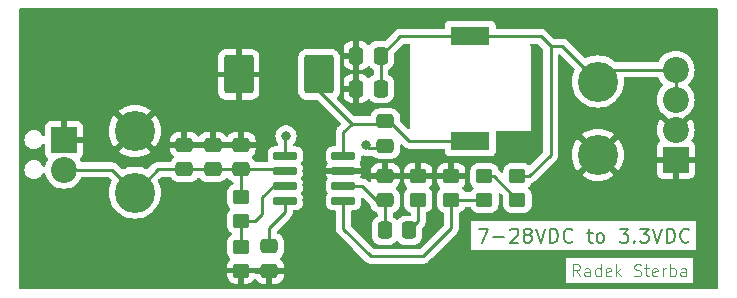
<source format=gbr>
%TF.GenerationSoftware,KiCad,Pcbnew,7.0.7*%
%TF.CreationDate,2024-09-29T13:33:55+02:00*%
%TF.ProjectId,DC_step_down_24V-3_3V,44435f73-7465-4705-9f64-6f776e5f3234,rev?*%
%TF.SameCoordinates,Original*%
%TF.FileFunction,Copper,L1,Top*%
%TF.FilePolarity,Positive*%
%FSLAX46Y46*%
G04 Gerber Fmt 4.6, Leading zero omitted, Abs format (unit mm)*
G04 Created by KiCad (PCBNEW 7.0.7) date 2024-09-29 13:33:55*
%MOMM*%
%LPD*%
G01*
G04 APERTURE LIST*
G04 Aperture macros list*
%AMRoundRect*
0 Rectangle with rounded corners*
0 $1 Rounding radius*
0 $2 $3 $4 $5 $6 $7 $8 $9 X,Y pos of 4 corners*
0 Add a 4 corners polygon primitive as box body*
4,1,4,$2,$3,$4,$5,$6,$7,$8,$9,$2,$3,0*
0 Add four circle primitives for the rounded corners*
1,1,$1+$1,$2,$3*
1,1,$1+$1,$4,$5*
1,1,$1+$1,$6,$7*
1,1,$1+$1,$8,$9*
0 Add four rect primitives between the rounded corners*
20,1,$1+$1,$2,$3,$4,$5,0*
20,1,$1+$1,$4,$5,$6,$7,0*
20,1,$1+$1,$6,$7,$8,$9,0*
20,1,$1+$1,$8,$9,$2,$3,0*%
G04 Aperture macros list end*
%ADD10C,0.100000*%
%TA.AperFunction,NonConductor*%
%ADD11C,0.100000*%
%TD*%
%ADD12C,0.200000*%
%TA.AperFunction,NonConductor*%
%ADD13C,0.200000*%
%TD*%
%TA.AperFunction,SMDPad,CuDef*%
%ADD14RoundRect,0.250000X0.475000X-0.337500X0.475000X0.337500X-0.475000X0.337500X-0.475000X-0.337500X0*%
%TD*%
%TA.AperFunction,SMDPad,CuDef*%
%ADD15R,3.302000X1.600200*%
%TD*%
%TA.AperFunction,SMDPad,CuDef*%
%ADD16RoundRect,0.250000X-0.475000X0.337500X-0.475000X-0.337500X0.475000X-0.337500X0.475000X0.337500X0*%
%TD*%
%TA.AperFunction,SMDPad,CuDef*%
%ADD17RoundRect,0.250000X-0.450000X0.350000X-0.450000X-0.350000X0.450000X-0.350000X0.450000X0.350000X0*%
%TD*%
%TA.AperFunction,SMDPad,CuDef*%
%ADD18RoundRect,0.250000X-0.337500X-0.475000X0.337500X-0.475000X0.337500X0.475000X-0.337500X0.475000X0*%
%TD*%
%TA.AperFunction,SMDPad,CuDef*%
%ADD19RoundRect,0.250000X-1.000000X1.400000X-1.000000X-1.400000X1.000000X-1.400000X1.000000X1.400000X0*%
%TD*%
%TA.AperFunction,SMDPad,CuDef*%
%ADD20RoundRect,0.250000X0.450000X-0.350000X0.450000X0.350000X-0.450000X0.350000X-0.450000X-0.350000X0*%
%TD*%
%TA.AperFunction,ComponentPad*%
%ADD21C,3.400000*%
%TD*%
%TA.AperFunction,ComponentPad*%
%ADD22R,2.200000X2.200000*%
%TD*%
%TA.AperFunction,ComponentPad*%
%ADD23C,2.200000*%
%TD*%
%TA.AperFunction,SMDPad,CuDef*%
%ADD24RoundRect,0.250000X0.337500X0.475000X-0.337500X0.475000X-0.337500X-0.475000X0.337500X-0.475000X0*%
%TD*%
%TA.AperFunction,SMDPad,CuDef*%
%ADD25RoundRect,0.075000X-0.910000X-0.225000X0.910000X-0.225000X0.910000X0.225000X-0.910000X0.225000X0*%
%TD*%
%TA.AperFunction,ViaPad*%
%ADD26C,0.800000*%
%TD*%
%TA.AperFunction,Conductor*%
%ADD27C,0.250000*%
%TD*%
G04 APERTURE END LIST*
D10*
D11*
X172075312Y-94872419D02*
X171741979Y-94396228D01*
X171503884Y-94872419D02*
X171503884Y-93872419D01*
X171503884Y-93872419D02*
X171884836Y-93872419D01*
X171884836Y-93872419D02*
X171980074Y-93920038D01*
X171980074Y-93920038D02*
X172027693Y-93967657D01*
X172027693Y-93967657D02*
X172075312Y-94062895D01*
X172075312Y-94062895D02*
X172075312Y-94205752D01*
X172075312Y-94205752D02*
X172027693Y-94300990D01*
X172027693Y-94300990D02*
X171980074Y-94348609D01*
X171980074Y-94348609D02*
X171884836Y-94396228D01*
X171884836Y-94396228D02*
X171503884Y-94396228D01*
X172932455Y-94872419D02*
X172932455Y-94348609D01*
X172932455Y-94348609D02*
X172884836Y-94253371D01*
X172884836Y-94253371D02*
X172789598Y-94205752D01*
X172789598Y-94205752D02*
X172599122Y-94205752D01*
X172599122Y-94205752D02*
X172503884Y-94253371D01*
X172932455Y-94824800D02*
X172837217Y-94872419D01*
X172837217Y-94872419D02*
X172599122Y-94872419D01*
X172599122Y-94872419D02*
X172503884Y-94824800D01*
X172503884Y-94824800D02*
X172456265Y-94729561D01*
X172456265Y-94729561D02*
X172456265Y-94634323D01*
X172456265Y-94634323D02*
X172503884Y-94539085D01*
X172503884Y-94539085D02*
X172599122Y-94491466D01*
X172599122Y-94491466D02*
X172837217Y-94491466D01*
X172837217Y-94491466D02*
X172932455Y-94443847D01*
X173837217Y-94872419D02*
X173837217Y-93872419D01*
X173837217Y-94824800D02*
X173741979Y-94872419D01*
X173741979Y-94872419D02*
X173551503Y-94872419D01*
X173551503Y-94872419D02*
X173456265Y-94824800D01*
X173456265Y-94824800D02*
X173408646Y-94777180D01*
X173408646Y-94777180D02*
X173361027Y-94681942D01*
X173361027Y-94681942D02*
X173361027Y-94396228D01*
X173361027Y-94396228D02*
X173408646Y-94300990D01*
X173408646Y-94300990D02*
X173456265Y-94253371D01*
X173456265Y-94253371D02*
X173551503Y-94205752D01*
X173551503Y-94205752D02*
X173741979Y-94205752D01*
X173741979Y-94205752D02*
X173837217Y-94253371D01*
X174694360Y-94824800D02*
X174599122Y-94872419D01*
X174599122Y-94872419D02*
X174408646Y-94872419D01*
X174408646Y-94872419D02*
X174313408Y-94824800D01*
X174313408Y-94824800D02*
X174265789Y-94729561D01*
X174265789Y-94729561D02*
X174265789Y-94348609D01*
X174265789Y-94348609D02*
X174313408Y-94253371D01*
X174313408Y-94253371D02*
X174408646Y-94205752D01*
X174408646Y-94205752D02*
X174599122Y-94205752D01*
X174599122Y-94205752D02*
X174694360Y-94253371D01*
X174694360Y-94253371D02*
X174741979Y-94348609D01*
X174741979Y-94348609D02*
X174741979Y-94443847D01*
X174741979Y-94443847D02*
X174265789Y-94539085D01*
X175170551Y-94872419D02*
X175170551Y-93872419D01*
X175265789Y-94491466D02*
X175551503Y-94872419D01*
X175551503Y-94205752D02*
X175170551Y-94586704D01*
X176694361Y-94824800D02*
X176837218Y-94872419D01*
X176837218Y-94872419D02*
X177075313Y-94872419D01*
X177075313Y-94872419D02*
X177170551Y-94824800D01*
X177170551Y-94824800D02*
X177218170Y-94777180D01*
X177218170Y-94777180D02*
X177265789Y-94681942D01*
X177265789Y-94681942D02*
X177265789Y-94586704D01*
X177265789Y-94586704D02*
X177218170Y-94491466D01*
X177218170Y-94491466D02*
X177170551Y-94443847D01*
X177170551Y-94443847D02*
X177075313Y-94396228D01*
X177075313Y-94396228D02*
X176884837Y-94348609D01*
X176884837Y-94348609D02*
X176789599Y-94300990D01*
X176789599Y-94300990D02*
X176741980Y-94253371D01*
X176741980Y-94253371D02*
X176694361Y-94158133D01*
X176694361Y-94158133D02*
X176694361Y-94062895D01*
X176694361Y-94062895D02*
X176741980Y-93967657D01*
X176741980Y-93967657D02*
X176789599Y-93920038D01*
X176789599Y-93920038D02*
X176884837Y-93872419D01*
X176884837Y-93872419D02*
X177122932Y-93872419D01*
X177122932Y-93872419D02*
X177265789Y-93920038D01*
X177551504Y-94205752D02*
X177932456Y-94205752D01*
X177694361Y-93872419D02*
X177694361Y-94729561D01*
X177694361Y-94729561D02*
X177741980Y-94824800D01*
X177741980Y-94824800D02*
X177837218Y-94872419D01*
X177837218Y-94872419D02*
X177932456Y-94872419D01*
X178646742Y-94824800D02*
X178551504Y-94872419D01*
X178551504Y-94872419D02*
X178361028Y-94872419D01*
X178361028Y-94872419D02*
X178265790Y-94824800D01*
X178265790Y-94824800D02*
X178218171Y-94729561D01*
X178218171Y-94729561D02*
X178218171Y-94348609D01*
X178218171Y-94348609D02*
X178265790Y-94253371D01*
X178265790Y-94253371D02*
X178361028Y-94205752D01*
X178361028Y-94205752D02*
X178551504Y-94205752D01*
X178551504Y-94205752D02*
X178646742Y-94253371D01*
X178646742Y-94253371D02*
X178694361Y-94348609D01*
X178694361Y-94348609D02*
X178694361Y-94443847D01*
X178694361Y-94443847D02*
X178218171Y-94539085D01*
X179122933Y-94872419D02*
X179122933Y-94205752D01*
X179122933Y-94396228D02*
X179170552Y-94300990D01*
X179170552Y-94300990D02*
X179218171Y-94253371D01*
X179218171Y-94253371D02*
X179313409Y-94205752D01*
X179313409Y-94205752D02*
X179408647Y-94205752D01*
X179741981Y-94872419D02*
X179741981Y-93872419D01*
X179741981Y-94253371D02*
X179837219Y-94205752D01*
X179837219Y-94205752D02*
X180027695Y-94205752D01*
X180027695Y-94205752D02*
X180122933Y-94253371D01*
X180122933Y-94253371D02*
X180170552Y-94300990D01*
X180170552Y-94300990D02*
X180218171Y-94396228D01*
X180218171Y-94396228D02*
X180218171Y-94681942D01*
X180218171Y-94681942D02*
X180170552Y-94777180D01*
X180170552Y-94777180D02*
X180122933Y-94824800D01*
X180122933Y-94824800D02*
X180027695Y-94872419D01*
X180027695Y-94872419D02*
X179837219Y-94872419D01*
X179837219Y-94872419D02*
X179741981Y-94824800D01*
X181075314Y-94872419D02*
X181075314Y-94348609D01*
X181075314Y-94348609D02*
X181027695Y-94253371D01*
X181027695Y-94253371D02*
X180932457Y-94205752D01*
X180932457Y-94205752D02*
X180741981Y-94205752D01*
X180741981Y-94205752D02*
X180646743Y-94253371D01*
X181075314Y-94824800D02*
X180980076Y-94872419D01*
X180980076Y-94872419D02*
X180741981Y-94872419D01*
X180741981Y-94872419D02*
X180646743Y-94824800D01*
X180646743Y-94824800D02*
X180599124Y-94729561D01*
X180599124Y-94729561D02*
X180599124Y-94634323D01*
X180599124Y-94634323D02*
X180646743Y-94539085D01*
X180646743Y-94539085D02*
X180741981Y-94491466D01*
X180741981Y-94491466D02*
X180980076Y-94491466D01*
X180980076Y-94491466D02*
X181075314Y-94443847D01*
D12*
D13*
X163503006Y-90842742D02*
X164303006Y-90842742D01*
X164303006Y-90842742D02*
X163788720Y-92042742D01*
X164760149Y-91585600D02*
X165674435Y-91585600D01*
X166188720Y-90957028D02*
X166245863Y-90899885D01*
X166245863Y-90899885D02*
X166360149Y-90842742D01*
X166360149Y-90842742D02*
X166645863Y-90842742D01*
X166645863Y-90842742D02*
X166760149Y-90899885D01*
X166760149Y-90899885D02*
X166817291Y-90957028D01*
X166817291Y-90957028D02*
X166874434Y-91071314D01*
X166874434Y-91071314D02*
X166874434Y-91185600D01*
X166874434Y-91185600D02*
X166817291Y-91357028D01*
X166817291Y-91357028D02*
X166131577Y-92042742D01*
X166131577Y-92042742D02*
X166874434Y-92042742D01*
X167560148Y-91357028D02*
X167445863Y-91299885D01*
X167445863Y-91299885D02*
X167388720Y-91242742D01*
X167388720Y-91242742D02*
X167331577Y-91128457D01*
X167331577Y-91128457D02*
X167331577Y-91071314D01*
X167331577Y-91071314D02*
X167388720Y-90957028D01*
X167388720Y-90957028D02*
X167445863Y-90899885D01*
X167445863Y-90899885D02*
X167560148Y-90842742D01*
X167560148Y-90842742D02*
X167788720Y-90842742D01*
X167788720Y-90842742D02*
X167903006Y-90899885D01*
X167903006Y-90899885D02*
X167960148Y-90957028D01*
X167960148Y-90957028D02*
X168017291Y-91071314D01*
X168017291Y-91071314D02*
X168017291Y-91128457D01*
X168017291Y-91128457D02*
X167960148Y-91242742D01*
X167960148Y-91242742D02*
X167903006Y-91299885D01*
X167903006Y-91299885D02*
X167788720Y-91357028D01*
X167788720Y-91357028D02*
X167560148Y-91357028D01*
X167560148Y-91357028D02*
X167445863Y-91414171D01*
X167445863Y-91414171D02*
X167388720Y-91471314D01*
X167388720Y-91471314D02*
X167331577Y-91585600D01*
X167331577Y-91585600D02*
X167331577Y-91814171D01*
X167331577Y-91814171D02*
X167388720Y-91928457D01*
X167388720Y-91928457D02*
X167445863Y-91985600D01*
X167445863Y-91985600D02*
X167560148Y-92042742D01*
X167560148Y-92042742D02*
X167788720Y-92042742D01*
X167788720Y-92042742D02*
X167903006Y-91985600D01*
X167903006Y-91985600D02*
X167960148Y-91928457D01*
X167960148Y-91928457D02*
X168017291Y-91814171D01*
X168017291Y-91814171D02*
X168017291Y-91585600D01*
X168017291Y-91585600D02*
X167960148Y-91471314D01*
X167960148Y-91471314D02*
X167903006Y-91414171D01*
X167903006Y-91414171D02*
X167788720Y-91357028D01*
X168360148Y-90842742D02*
X168760148Y-92042742D01*
X168760148Y-92042742D02*
X169160148Y-90842742D01*
X169560148Y-92042742D02*
X169560148Y-90842742D01*
X169560148Y-90842742D02*
X169845862Y-90842742D01*
X169845862Y-90842742D02*
X170017291Y-90899885D01*
X170017291Y-90899885D02*
X170131576Y-91014171D01*
X170131576Y-91014171D02*
X170188719Y-91128457D01*
X170188719Y-91128457D02*
X170245862Y-91357028D01*
X170245862Y-91357028D02*
X170245862Y-91528457D01*
X170245862Y-91528457D02*
X170188719Y-91757028D01*
X170188719Y-91757028D02*
X170131576Y-91871314D01*
X170131576Y-91871314D02*
X170017291Y-91985600D01*
X170017291Y-91985600D02*
X169845862Y-92042742D01*
X169845862Y-92042742D02*
X169560148Y-92042742D01*
X171445862Y-91928457D02*
X171388719Y-91985600D01*
X171388719Y-91985600D02*
X171217291Y-92042742D01*
X171217291Y-92042742D02*
X171103005Y-92042742D01*
X171103005Y-92042742D02*
X170931576Y-91985600D01*
X170931576Y-91985600D02*
X170817291Y-91871314D01*
X170817291Y-91871314D02*
X170760148Y-91757028D01*
X170760148Y-91757028D02*
X170703005Y-91528457D01*
X170703005Y-91528457D02*
X170703005Y-91357028D01*
X170703005Y-91357028D02*
X170760148Y-91128457D01*
X170760148Y-91128457D02*
X170817291Y-91014171D01*
X170817291Y-91014171D02*
X170931576Y-90899885D01*
X170931576Y-90899885D02*
X171103005Y-90842742D01*
X171103005Y-90842742D02*
X171217291Y-90842742D01*
X171217291Y-90842742D02*
X171388719Y-90899885D01*
X171388719Y-90899885D02*
X171445862Y-90957028D01*
X172703005Y-91242742D02*
X173160148Y-91242742D01*
X172874434Y-90842742D02*
X172874434Y-91871314D01*
X172874434Y-91871314D02*
X172931577Y-91985600D01*
X172931577Y-91985600D02*
X173045862Y-92042742D01*
X173045862Y-92042742D02*
X173160148Y-92042742D01*
X173731576Y-92042742D02*
X173617291Y-91985600D01*
X173617291Y-91985600D02*
X173560148Y-91928457D01*
X173560148Y-91928457D02*
X173503005Y-91814171D01*
X173503005Y-91814171D02*
X173503005Y-91471314D01*
X173503005Y-91471314D02*
X173560148Y-91357028D01*
X173560148Y-91357028D02*
X173617291Y-91299885D01*
X173617291Y-91299885D02*
X173731576Y-91242742D01*
X173731576Y-91242742D02*
X173903005Y-91242742D01*
X173903005Y-91242742D02*
X174017291Y-91299885D01*
X174017291Y-91299885D02*
X174074434Y-91357028D01*
X174074434Y-91357028D02*
X174131576Y-91471314D01*
X174131576Y-91471314D02*
X174131576Y-91814171D01*
X174131576Y-91814171D02*
X174074434Y-91928457D01*
X174074434Y-91928457D02*
X174017291Y-91985600D01*
X174017291Y-91985600D02*
X173903005Y-92042742D01*
X173903005Y-92042742D02*
X173731576Y-92042742D01*
X175445862Y-90842742D02*
X176188719Y-90842742D01*
X176188719Y-90842742D02*
X175788719Y-91299885D01*
X175788719Y-91299885D02*
X175960148Y-91299885D01*
X175960148Y-91299885D02*
X176074434Y-91357028D01*
X176074434Y-91357028D02*
X176131576Y-91414171D01*
X176131576Y-91414171D02*
X176188719Y-91528457D01*
X176188719Y-91528457D02*
X176188719Y-91814171D01*
X176188719Y-91814171D02*
X176131576Y-91928457D01*
X176131576Y-91928457D02*
X176074434Y-91985600D01*
X176074434Y-91985600D02*
X175960148Y-92042742D01*
X175960148Y-92042742D02*
X175617291Y-92042742D01*
X175617291Y-92042742D02*
X175503005Y-91985600D01*
X175503005Y-91985600D02*
X175445862Y-91928457D01*
X176703005Y-91928457D02*
X176760148Y-91985600D01*
X176760148Y-91985600D02*
X176703005Y-92042742D01*
X176703005Y-92042742D02*
X176645862Y-91985600D01*
X176645862Y-91985600D02*
X176703005Y-91928457D01*
X176703005Y-91928457D02*
X176703005Y-92042742D01*
X177160148Y-90842742D02*
X177903005Y-90842742D01*
X177903005Y-90842742D02*
X177503005Y-91299885D01*
X177503005Y-91299885D02*
X177674434Y-91299885D01*
X177674434Y-91299885D02*
X177788720Y-91357028D01*
X177788720Y-91357028D02*
X177845862Y-91414171D01*
X177845862Y-91414171D02*
X177903005Y-91528457D01*
X177903005Y-91528457D02*
X177903005Y-91814171D01*
X177903005Y-91814171D02*
X177845862Y-91928457D01*
X177845862Y-91928457D02*
X177788720Y-91985600D01*
X177788720Y-91985600D02*
X177674434Y-92042742D01*
X177674434Y-92042742D02*
X177331577Y-92042742D01*
X177331577Y-92042742D02*
X177217291Y-91985600D01*
X177217291Y-91985600D02*
X177160148Y-91928457D01*
X178245862Y-90842742D02*
X178645862Y-92042742D01*
X178645862Y-92042742D02*
X179045862Y-90842742D01*
X179445862Y-92042742D02*
X179445862Y-90842742D01*
X179445862Y-90842742D02*
X179731576Y-90842742D01*
X179731576Y-90842742D02*
X179903005Y-90899885D01*
X179903005Y-90899885D02*
X180017290Y-91014171D01*
X180017290Y-91014171D02*
X180074433Y-91128457D01*
X180074433Y-91128457D02*
X180131576Y-91357028D01*
X180131576Y-91357028D02*
X180131576Y-91528457D01*
X180131576Y-91528457D02*
X180074433Y-91757028D01*
X180074433Y-91757028D02*
X180017290Y-91871314D01*
X180017290Y-91871314D02*
X179903005Y-91985600D01*
X179903005Y-91985600D02*
X179731576Y-92042742D01*
X179731576Y-92042742D02*
X179445862Y-92042742D01*
X181331576Y-91928457D02*
X181274433Y-91985600D01*
X181274433Y-91985600D02*
X181103005Y-92042742D01*
X181103005Y-92042742D02*
X180988719Y-92042742D01*
X180988719Y-92042742D02*
X180817290Y-91985600D01*
X180817290Y-91985600D02*
X180703005Y-91871314D01*
X180703005Y-91871314D02*
X180645862Y-91757028D01*
X180645862Y-91757028D02*
X180588719Y-91528457D01*
X180588719Y-91528457D02*
X180588719Y-91357028D01*
X180588719Y-91357028D02*
X180645862Y-91128457D01*
X180645862Y-91128457D02*
X180703005Y-91014171D01*
X180703005Y-91014171D02*
X180817290Y-90899885D01*
X180817290Y-90899885D02*
X180988719Y-90842742D01*
X180988719Y-90842742D02*
X181103005Y-90842742D01*
X181103005Y-90842742D02*
X181274433Y-90899885D01*
X181274433Y-90899885D02*
X181331576Y-90957028D01*
D14*
%TO.P,C1,1*%
%TO.N,+24V*%
X138600000Y-85837500D03*
%TO.P,C1,2*%
%TO.N,GND*%
X138600000Y-83762500D03*
%TD*%
D15*
%TO.P,L1,1,1*%
%TO.N,Net-(D1-K)*%
X162800000Y-83445000D03*
%TO.P,L1,2,2*%
%TO.N,+3V3*%
X162800000Y-74555000D03*
%TD*%
D16*
%TO.P,C5,1*%
%TO.N,Net-(D1-K)*%
X155600000Y-81762500D03*
%TO.P,C5,2*%
%TO.N,Net-(U1-BOOT)*%
X155600000Y-83837500D03*
%TD*%
D17*
%TO.P,R1,1*%
%TO.N,+24V*%
X143400000Y-88200000D03*
%TO.P,R1,2*%
%TO.N,Net-(U1-EN)*%
X143400000Y-90200000D03*
%TD*%
D16*
%TO.P,C4,1*%
%TO.N,Net-(U1-SS)*%
X145800000Y-92362500D03*
%TO.P,C4,2*%
%TO.N,GND*%
X145800000Y-94437500D03*
%TD*%
D18*
%TO.P,C8,1*%
%TO.N,Net-(U1-COMP)*%
X155562500Y-91000000D03*
%TO.P,C8,2*%
%TO.N,Net-(C8-Pad2)*%
X157637500Y-91000000D03*
%TD*%
D19*
%TO.P,D1,1,K*%
%TO.N,Net-(D1-K)*%
X150000000Y-77800000D03*
%TO.P,D1,2,A*%
%TO.N,GND*%
X143200000Y-77800000D03*
%TD*%
D20*
%TO.P,R5,2*%
%TO.N,GND*%
X161200000Y-86400000D03*
%TO.P,R5,1*%
%TO.N,Net-(U1-VSENSE)*%
X161200000Y-88400000D03*
%TD*%
D14*
%TO.P,C9,1*%
%TO.N,Net-(U1-COMP)*%
X155600000Y-88437500D03*
%TO.P,C9,2*%
%TO.N,GND*%
X155600000Y-86362500D03*
%TD*%
D21*
%TO.P,TP1_GND1,1,1*%
%TO.N,GND*%
X134400000Y-82600000D03*
%TD*%
D14*
%TO.P,C3,1*%
%TO.N,+24V*%
X143400000Y-85837500D03*
%TO.P,C3,2*%
%TO.N,GND*%
X143400000Y-83762500D03*
%TD*%
%TO.P,C2,1*%
%TO.N,+24V*%
X141000000Y-85837500D03*
%TO.P,C2,2*%
%TO.N,GND*%
X141000000Y-83762500D03*
%TD*%
D21*
%TO.P,TP3_GND1,1,1*%
%TO.N,GND*%
X173600000Y-84600000D03*
%TD*%
D22*
%TO.P,J2,1,Pin_1*%
%TO.N,GND*%
X128400000Y-83330000D03*
D23*
%TO.P,J2,2,Pin_2*%
%TO.N,+24V*%
X128400000Y-85870000D03*
%TD*%
D24*
%TO.P,C7,1*%
%TO.N,+3V3*%
X155237500Y-76200000D03*
%TO.P,C7,2*%
%TO.N,GND*%
X153162500Y-76200000D03*
%TD*%
D22*
%TO.P,J1,1,Pin_1*%
%TO.N,GND*%
X180200000Y-85015000D03*
D23*
%TO.P,J1,2,Pin_2*%
X180200000Y-82475000D03*
%TO.P,J1,3,Pin_3*%
%TO.N,+3V3*%
X180200000Y-79935000D03*
%TO.P,J1,4,Pin_4*%
X180200000Y-77395000D03*
%TD*%
D21*
%TO.P,TP2_24V_in1,1,1*%
%TO.N,+24V*%
X134400000Y-87800000D03*
%TD*%
D20*
%TO.P,R6,1*%
%TO.N,Net-(C8-Pad2)*%
X158400000Y-88400000D03*
%TO.P,R6,2*%
%TO.N,GND*%
X158400000Y-86400000D03*
%TD*%
D25*
%TO.P,U1,1,BOOT*%
%TO.N,Net-(U1-BOOT)*%
X147130000Y-84695000D03*
%TO.P,U1,2,VIN*%
%TO.N,+24V*%
X147130000Y-85965000D03*
%TO.P,U1,3,EN*%
%TO.N,Net-(U1-EN)*%
X147130000Y-87235000D03*
%TO.P,U1,4,SS*%
%TO.N,Net-(U1-SS)*%
X147130000Y-88505000D03*
%TO.P,U1,5,VSENSE*%
%TO.N,Net-(U1-VSENSE)*%
X152070000Y-88505000D03*
%TO.P,U1,6,COMP*%
%TO.N,Net-(U1-COMP)*%
X152070000Y-87235000D03*
%TO.P,U1,7,GND*%
%TO.N,GND*%
X152070000Y-85965000D03*
%TO.P,U1,8,PH*%
%TO.N,Net-(D1-K)*%
X152070000Y-84695000D03*
%TD*%
D17*
%TO.P,R4,1*%
%TO.N,Net-(R3-Pad2)*%
X164000000Y-86400000D03*
%TO.P,R4,2*%
%TO.N,Net-(U1-VSENSE)*%
X164000000Y-88400000D03*
%TD*%
%TO.P,R3,1*%
%TO.N,+3V3*%
X166800000Y-86400000D03*
%TO.P,R3,2*%
%TO.N,Net-(R3-Pad2)*%
X166800000Y-88400000D03*
%TD*%
D21*
%TO.P,TP1_3V3_out1,1,1*%
%TO.N,+3V3*%
X173600000Y-78400000D03*
%TD*%
D24*
%TO.P,C6,1*%
%TO.N,+3V3*%
X155237500Y-79000000D03*
%TO.P,C6,2*%
%TO.N,GND*%
X153162500Y-79000000D03*
%TD*%
D17*
%TO.P,R2,1*%
%TO.N,Net-(U1-EN)*%
X143400000Y-92400000D03*
%TO.P,R2,2*%
%TO.N,GND*%
X143400000Y-94400000D03*
%TD*%
D26*
%TO.N,GND*%
X150200000Y-89800000D03*
X149000000Y-89800000D03*
X149000000Y-88400000D03*
X150200000Y-87200000D03*
X149000000Y-87200000D03*
X150200000Y-86000000D03*
X150200000Y-88400000D03*
X149000000Y-91000000D03*
X150200000Y-91000000D03*
X149000000Y-86000000D03*
%TO.N,Net-(U1-BOOT)*%
X147200000Y-83000000D03*
X154000000Y-83800000D03*
%TD*%
D27*
%TO.N,+24V*%
X146965000Y-85800000D02*
X147130000Y-85965000D01*
X141000000Y-85837500D02*
X143400000Y-85837500D01*
X132470000Y-85870000D02*
X134400000Y-87800000D01*
X147130000Y-85965000D02*
X147002500Y-85837500D01*
X128400000Y-85870000D02*
X132470000Y-85870000D01*
X136362500Y-85837500D02*
X138600000Y-85837500D01*
X143400000Y-88200000D02*
X143400000Y-85837500D01*
X134400000Y-87800000D02*
X136362500Y-85837500D01*
X138600000Y-85837500D02*
X141000000Y-85837500D01*
X147002500Y-85837500D02*
X143400000Y-85837500D01*
%TO.N,Net-(U1-SS)*%
X147130000Y-89470000D02*
X147130000Y-88505000D01*
X145800000Y-90800000D02*
X147130000Y-89470000D01*
X145800000Y-92362500D02*
X145800000Y-90800000D01*
%TO.N,Net-(U1-EN)*%
X146165000Y-87235000D02*
X147130000Y-87235000D01*
X143400000Y-90200000D02*
X143400000Y-92400000D01*
X145200000Y-89600000D02*
X144600000Y-90200000D01*
X145200000Y-88200000D02*
X145200000Y-89600000D01*
X145200000Y-88200000D02*
X146165000Y-87235000D01*
X144600000Y-90200000D02*
X143400000Y-90200000D01*
%TO.N,Net-(D1-K)*%
X150000000Y-79200000D02*
X152762500Y-81962500D01*
X152762500Y-81962500D02*
X152070000Y-82655000D01*
X157645000Y-83445000D02*
X156162500Y-81962500D01*
X156162500Y-81962500D02*
X155600000Y-81962500D01*
X152070000Y-82655000D02*
X152070000Y-84695000D01*
X162800000Y-83445000D02*
X157645000Y-83445000D01*
X152762500Y-81962500D02*
X155600000Y-81962500D01*
X150000000Y-77800000D02*
X150000000Y-79200000D01*
%TO.N,Net-(U1-BOOT)*%
X147130000Y-84695000D02*
X147130000Y-83070000D01*
X147130000Y-83070000D02*
X147200000Y-83000000D01*
X154237500Y-84037500D02*
X155600000Y-84037500D01*
X154000000Y-83800000D02*
X154237500Y-84037500D01*
%TO.N,+3V3*%
X169600000Y-84600000D02*
X167800000Y-86400000D01*
X169600000Y-75400000D02*
X168755000Y-74555000D01*
X155237500Y-76200000D02*
X156882500Y-74555000D01*
X180200000Y-77395000D02*
X174605000Y-77395000D01*
X169600000Y-84600000D02*
X169600000Y-75400000D01*
X169600000Y-75400000D02*
X170600000Y-75400000D01*
X156882500Y-74555000D02*
X162800000Y-74555000D01*
X168755000Y-74555000D02*
X162800000Y-74555000D01*
X174605000Y-77395000D02*
X173600000Y-78400000D01*
X180200000Y-77395000D02*
X180200000Y-79935000D01*
X170600000Y-75400000D02*
X173600000Y-78400000D01*
X155237500Y-79000000D02*
X155237500Y-76200000D01*
X167800000Y-86400000D02*
X166800000Y-86400000D01*
%TO.N,Net-(R3-Pad2)*%
X164800000Y-86400000D02*
X164000000Y-86400000D01*
X166800000Y-88400000D02*
X164800000Y-86400000D01*
%TO.N,Net-(U1-VSENSE)*%
X154400000Y-93200000D02*
X158800000Y-93200000D01*
X161200000Y-90800000D02*
X161200000Y-88400000D01*
X152070000Y-88505000D02*
X152070000Y-90870000D01*
X152070000Y-90870000D02*
X154400000Y-93200000D01*
X158800000Y-93200000D02*
X161200000Y-90800000D01*
X161200000Y-88400000D02*
X164000000Y-88400000D01*
%TO.N,Net-(U1-COMP)*%
X155600000Y-88437500D02*
X155600000Y-90962500D01*
X155600000Y-90962500D02*
X155562500Y-91000000D01*
X154837500Y-88437500D02*
X155600000Y-88437500D01*
X152070000Y-87235000D02*
X153635000Y-87235000D01*
X153635000Y-87235000D02*
X154837500Y-88437500D01*
%TO.N,Net-(C8-Pad2)*%
X158400000Y-90237500D02*
X158400000Y-88400000D01*
X157637500Y-91000000D02*
X158400000Y-90237500D01*
%TD*%
%TA.AperFunction,Conductor*%
%TO.N,GND*%
G36*
X183743039Y-72219685D02*
G01*
X183788794Y-72272489D01*
X183800000Y-72324000D01*
X183800000Y-95876000D01*
X183780315Y-95943039D01*
X183727511Y-95988794D01*
X183676000Y-96000000D01*
X124724000Y-96000000D01*
X124656961Y-95980315D01*
X124611206Y-95927511D01*
X124600000Y-95876000D01*
X124600000Y-94650000D01*
X142200001Y-94650000D01*
X142200001Y-94799986D01*
X142210494Y-94902697D01*
X142265641Y-95069119D01*
X142265643Y-95069124D01*
X142357684Y-95218345D01*
X142481654Y-95342315D01*
X142630875Y-95434356D01*
X142630880Y-95434358D01*
X142797302Y-95489505D01*
X142797309Y-95489506D01*
X142900019Y-95499999D01*
X143149999Y-95499999D01*
X143150000Y-95499998D01*
X143150000Y-94650000D01*
X143650000Y-94650000D01*
X143650000Y-95499999D01*
X143899972Y-95499999D01*
X143899986Y-95499998D01*
X144002697Y-95489505D01*
X144169119Y-95434358D01*
X144169124Y-95434356D01*
X144318345Y-95342315D01*
X144442317Y-95218343D01*
X144474250Y-95166571D01*
X144526197Y-95119846D01*
X144595159Y-95108623D01*
X144659242Y-95136466D01*
X144685327Y-95166569D01*
X144732682Y-95243343D01*
X144856654Y-95367315D01*
X145005875Y-95459356D01*
X145005880Y-95459358D01*
X145172302Y-95514505D01*
X145172309Y-95514506D01*
X145275019Y-95524999D01*
X145549999Y-95524999D01*
X145550000Y-95524998D01*
X145550000Y-94687500D01*
X146050000Y-94687500D01*
X146050000Y-95524999D01*
X146324972Y-95524999D01*
X146324986Y-95524998D01*
X146427697Y-95514505D01*
X146594119Y-95459358D01*
X146594124Y-95459356D01*
X146743345Y-95367315D01*
X146867315Y-95243345D01*
X146959356Y-95094124D01*
X146959358Y-95094119D01*
X147014505Y-94927697D01*
X147014506Y-94927690D01*
X147024999Y-94824986D01*
X147025000Y-94824973D01*
X147025000Y-94687500D01*
X146050000Y-94687500D01*
X145550000Y-94687500D01*
X144623862Y-94687500D01*
X144556823Y-94667815D01*
X144536181Y-94651181D01*
X144535000Y-94650000D01*
X143650000Y-94650000D01*
X143150000Y-94650000D01*
X142200001Y-94650000D01*
X124600000Y-94650000D01*
X124600000Y-85870003D01*
X125054435Y-85870003D01*
X125074630Y-86049249D01*
X125074631Y-86049254D01*
X125134211Y-86219523D01*
X125215644Y-86349122D01*
X125230184Y-86372262D01*
X125357738Y-86499816D01*
X125510478Y-86595789D01*
X125661983Y-86648803D01*
X125680745Y-86655368D01*
X125680750Y-86655369D01*
X125771246Y-86665565D01*
X125815040Y-86670499D01*
X125815043Y-86670500D01*
X125815046Y-86670500D01*
X125904957Y-86670500D01*
X125904958Y-86670499D01*
X125972104Y-86662934D01*
X126039249Y-86655369D01*
X126039252Y-86655368D01*
X126039255Y-86655368D01*
X126209522Y-86595789D01*
X126362262Y-86499816D01*
X126489816Y-86372262D01*
X126585789Y-86219522D01*
X126596115Y-86190009D01*
X126636835Y-86133235D01*
X126701787Y-86107486D01*
X126770349Y-86120941D01*
X126820753Y-86169327D01*
X126833731Y-86202017D01*
X126873126Y-86366110D01*
X126969533Y-86598859D01*
X127101160Y-86813653D01*
X127101161Y-86813656D01*
X127140541Y-86859764D01*
X127264776Y-87005224D01*
X127413066Y-87131875D01*
X127456343Y-87168838D01*
X127456346Y-87168839D01*
X127671140Y-87300466D01*
X127873617Y-87384334D01*
X127903889Y-87396873D01*
X128148852Y-87455683D01*
X128400000Y-87475449D01*
X128651148Y-87455683D01*
X128896111Y-87396873D01*
X129128859Y-87300466D01*
X129343659Y-87168836D01*
X129535224Y-87005224D01*
X129698836Y-86813659D01*
X129830466Y-86598859D01*
X129841572Y-86572048D01*
X129885412Y-86517644D01*
X129951706Y-86495579D01*
X129956133Y-86495500D01*
X132159548Y-86495500D01*
X132226587Y-86515185D01*
X132247229Y-86531819D01*
X132401819Y-86686409D01*
X132435304Y-86747732D01*
X132430320Y-86817424D01*
X132425351Y-86828933D01*
X132362646Y-86956087D01*
X132362639Y-86956102D01*
X132269921Y-87229239D01*
X132269917Y-87229254D01*
X132214613Y-87507288D01*
X132213644Y-87512161D01*
X132209109Y-87581345D01*
X132194779Y-87799992D01*
X132194778Y-87800000D01*
X132207885Y-87999980D01*
X132213644Y-88087837D01*
X132213646Y-88087849D01*
X132269917Y-88370745D01*
X132269921Y-88370760D01*
X132362642Y-88643905D01*
X132490219Y-88902606D01*
X132490223Y-88902613D01*
X132650478Y-89142452D01*
X132840672Y-89359327D01*
X133057547Y-89549521D01*
X133297386Y-89709776D01*
X133297393Y-89709780D01*
X133369796Y-89745485D01*
X133556098Y-89837359D01*
X133829247Y-89930081D01*
X134112161Y-89986356D01*
X134400000Y-90005222D01*
X134687839Y-89986356D01*
X134970753Y-89930081D01*
X135243902Y-89837359D01*
X135502611Y-89709778D01*
X135742454Y-89549520D01*
X135959327Y-89359327D01*
X136149520Y-89142454D01*
X136309778Y-88902611D01*
X136437359Y-88643902D01*
X136530081Y-88370753D01*
X136586356Y-88087839D01*
X136605222Y-87800000D01*
X136586356Y-87512161D01*
X136530081Y-87229247D01*
X136437359Y-86956098D01*
X136403576Y-86887594D01*
X136374649Y-86828935D01*
X136362652Y-86760103D01*
X136389774Y-86695712D01*
X136398180Y-86686409D01*
X136409104Y-86675486D01*
X136531027Y-86553563D01*
X136585273Y-86499318D01*
X136646597Y-86465834D01*
X136672954Y-86463000D01*
X137351652Y-86463000D01*
X137418691Y-86482685D01*
X137457189Y-86521901D01*
X137532288Y-86643656D01*
X137656344Y-86767712D01*
X137805666Y-86859814D01*
X137972203Y-86914999D01*
X138074991Y-86925500D01*
X139125008Y-86925499D01*
X139125016Y-86925498D01*
X139125019Y-86925498D01*
X139189638Y-86918897D01*
X139227797Y-86914999D01*
X139394334Y-86859814D01*
X139543656Y-86767712D01*
X139667712Y-86643656D01*
X139694461Y-86600287D01*
X139746408Y-86553563D01*
X139815370Y-86542340D01*
X139879453Y-86570183D01*
X139905537Y-86600286D01*
X139913071Y-86612500D01*
X139923593Y-86629560D01*
X139932288Y-86643656D01*
X140056344Y-86767712D01*
X140205666Y-86859814D01*
X140372203Y-86914999D01*
X140474991Y-86925500D01*
X141525008Y-86925499D01*
X141525016Y-86925498D01*
X141525019Y-86925498D01*
X141589638Y-86918897D01*
X141627797Y-86914999D01*
X141794334Y-86859814D01*
X141943656Y-86767712D01*
X142067712Y-86643656D01*
X142094461Y-86600287D01*
X142146408Y-86553563D01*
X142215370Y-86542340D01*
X142279453Y-86570183D01*
X142305537Y-86600286D01*
X142313071Y-86612500D01*
X142323593Y-86629560D01*
X142332288Y-86643656D01*
X142456344Y-86767712D01*
X142605666Y-86859814D01*
X142689505Y-86887595D01*
X142746948Y-86927366D01*
X142773772Y-86991882D01*
X142774500Y-87005300D01*
X142774500Y-87027983D01*
X142754815Y-87095022D01*
X142702011Y-87140777D01*
X142689510Y-87145686D01*
X142630665Y-87165186D01*
X142630666Y-87165186D01*
X142630663Y-87165187D01*
X142481342Y-87257289D01*
X142357289Y-87381342D01*
X142265187Y-87530663D01*
X142265185Y-87530668D01*
X142238819Y-87610235D01*
X142210001Y-87697203D01*
X142210001Y-87697204D01*
X142210000Y-87697204D01*
X142199500Y-87799983D01*
X142199500Y-88600001D01*
X142199501Y-88600019D01*
X142210000Y-88702796D01*
X142210001Y-88702799D01*
X142265185Y-88869331D01*
X142265187Y-88869336D01*
X142357289Y-89018657D01*
X142450951Y-89112319D01*
X142484436Y-89173642D01*
X142479452Y-89243334D01*
X142450951Y-89287681D01*
X142357289Y-89381342D01*
X142265187Y-89530663D01*
X142265185Y-89530668D01*
X142259104Y-89549019D01*
X142210001Y-89697203D01*
X142210001Y-89697204D01*
X142210000Y-89697204D01*
X142199500Y-89799983D01*
X142199500Y-90600001D01*
X142199501Y-90600019D01*
X142210000Y-90702796D01*
X142210001Y-90702799D01*
X142255327Y-90839582D01*
X142265186Y-90869334D01*
X142357288Y-91018656D01*
X142481344Y-91142712D01*
X142531636Y-91173732D01*
X142565243Y-91194461D01*
X142611967Y-91246409D01*
X142623190Y-91315372D01*
X142595346Y-91379454D01*
X142565243Y-91405539D01*
X142481342Y-91457289D01*
X142357289Y-91581342D01*
X142265187Y-91730663D01*
X142265185Y-91730668D01*
X142244089Y-91794331D01*
X142210001Y-91897203D01*
X142210001Y-91897204D01*
X142210000Y-91897204D01*
X142199500Y-91999983D01*
X142199500Y-92800001D01*
X142199501Y-92800019D01*
X142210000Y-92902796D01*
X142210001Y-92902799D01*
X142265185Y-93069331D01*
X142265187Y-93069336D01*
X142273799Y-93083298D01*
X142357286Y-93218653D01*
X142357289Y-93218657D01*
X142451304Y-93312672D01*
X142484789Y-93373995D01*
X142479805Y-93443687D01*
X142451305Y-93488034D01*
X142357682Y-93581657D01*
X142265643Y-93730875D01*
X142265641Y-93730880D01*
X142210494Y-93897302D01*
X142210493Y-93897309D01*
X142200000Y-94000013D01*
X142200000Y-94150000D01*
X144551138Y-94150000D01*
X144618177Y-94169685D01*
X144638819Y-94186319D01*
X144640000Y-94187500D01*
X147024999Y-94187500D01*
X147024999Y-94050028D01*
X147024998Y-94050013D01*
X147014505Y-93947302D01*
X146959358Y-93780880D01*
X146959356Y-93780875D01*
X146867315Y-93631654D01*
X146743344Y-93507683D01*
X146743341Y-93507681D01*
X146740339Y-93505829D01*
X146738713Y-93504021D01*
X146737677Y-93503202D01*
X146737817Y-93503024D01*
X146693617Y-93453880D01*
X146682397Y-93384917D01*
X146710243Y-93320836D01*
X146740344Y-93294754D01*
X146743656Y-93292712D01*
X146867712Y-93168656D01*
X146959814Y-93019334D01*
X147014999Y-92852797D01*
X147025500Y-92750009D01*
X147025499Y-91974992D01*
X147014999Y-91872203D01*
X146959814Y-91705666D01*
X146867712Y-91556344D01*
X146743656Y-91432288D01*
X146594334Y-91340186D01*
X146510495Y-91312404D01*
X146453051Y-91272632D01*
X146426228Y-91208116D01*
X146425500Y-91194699D01*
X146425500Y-91110452D01*
X146445185Y-91043413D01*
X146461819Y-91022771D01*
X146974166Y-90510424D01*
X147513788Y-89970801D01*
X147526042Y-89960986D01*
X147525859Y-89960764D01*
X147531866Y-89955792D01*
X147531877Y-89955786D01*
X147564603Y-89920936D01*
X147579227Y-89905364D01*
X147589671Y-89894918D01*
X147600120Y-89884471D01*
X147604379Y-89878978D01*
X147608152Y-89874561D01*
X147640062Y-89840582D01*
X147649715Y-89823020D01*
X147660389Y-89806770D01*
X147672673Y-89790936D01*
X147691180Y-89748167D01*
X147693749Y-89742924D01*
X147711971Y-89709778D01*
X147716197Y-89702092D01*
X147721177Y-89682691D01*
X147727478Y-89664288D01*
X147735438Y-89645896D01*
X147742730Y-89599849D01*
X147743911Y-89594152D01*
X147744494Y-89591882D01*
X147755500Y-89549019D01*
X147755500Y-89528982D01*
X147757027Y-89509582D01*
X147760160Y-89489804D01*
X147755775Y-89443415D01*
X147755500Y-89437577D01*
X147755500Y-89429500D01*
X147775185Y-89362461D01*
X147827989Y-89316706D01*
X147879500Y-89305500D01*
X148077713Y-89305500D01*
X148077720Y-89305500D01*
X148190236Y-89290687D01*
X148330233Y-89232698D01*
X148450451Y-89140451D01*
X148542698Y-89020233D01*
X148600687Y-88880236D01*
X148615500Y-88767720D01*
X148615500Y-88242280D01*
X148600687Y-88129764D01*
X148555835Y-88021482D01*
X148542699Y-87989769D01*
X148542698Y-87989768D01*
X148542698Y-87989767D01*
X148508718Y-87945484D01*
X148483525Y-87880315D01*
X148497564Y-87811871D01*
X148508712Y-87794522D01*
X148542698Y-87750233D01*
X148600687Y-87610236D01*
X148615500Y-87497720D01*
X148615500Y-86972280D01*
X148600687Y-86859764D01*
X148542698Y-86719767D01*
X148508720Y-86675486D01*
X148483526Y-86610317D01*
X148497564Y-86541872D01*
X148508720Y-86524514D01*
X148518694Y-86511515D01*
X148542698Y-86480233D01*
X148600687Y-86340236D01*
X148615500Y-86227720D01*
X148615500Y-86150000D01*
X157200000Y-86150000D01*
X158150000Y-86150000D01*
X158150000Y-85300000D01*
X158650000Y-85300000D01*
X158650000Y-86150000D01*
X159599999Y-86150000D01*
X160000000Y-86150000D01*
X160950000Y-86150000D01*
X160950000Y-85300000D01*
X161450000Y-85300000D01*
X161450000Y-86150000D01*
X162399999Y-86150000D01*
X162399999Y-86000028D01*
X162399998Y-86000013D01*
X162389505Y-85897302D01*
X162334358Y-85730880D01*
X162334356Y-85730875D01*
X162242315Y-85581654D01*
X162118345Y-85457684D01*
X161969124Y-85365643D01*
X161969119Y-85365641D01*
X161802697Y-85310494D01*
X161802690Y-85310493D01*
X161699986Y-85300000D01*
X161450000Y-85300000D01*
X160950000Y-85300000D01*
X160700029Y-85300000D01*
X160700012Y-85300001D01*
X160597302Y-85310494D01*
X160430880Y-85365641D01*
X160430875Y-85365643D01*
X160281654Y-85457684D01*
X160157684Y-85581654D01*
X160065643Y-85730875D01*
X160065641Y-85730880D01*
X160010494Y-85897302D01*
X160010493Y-85897309D01*
X160000000Y-86000013D01*
X160000000Y-86150000D01*
X159599999Y-86150000D01*
X159599999Y-86000028D01*
X159599998Y-86000013D01*
X159589505Y-85897302D01*
X159534358Y-85730880D01*
X159534356Y-85730875D01*
X159442315Y-85581654D01*
X159318345Y-85457684D01*
X159169124Y-85365643D01*
X159169119Y-85365641D01*
X159002697Y-85310494D01*
X159002690Y-85310493D01*
X158899986Y-85300000D01*
X158650000Y-85300000D01*
X158150000Y-85300000D01*
X157900029Y-85300000D01*
X157900012Y-85300001D01*
X157797302Y-85310494D01*
X157630880Y-85365641D01*
X157630875Y-85365643D01*
X157481654Y-85457684D01*
X157357684Y-85581654D01*
X157265643Y-85730875D01*
X157265641Y-85730880D01*
X157210494Y-85897302D01*
X157210493Y-85897309D01*
X157200000Y-86000013D01*
X157200000Y-86150000D01*
X148615500Y-86150000D01*
X148615500Y-86112500D01*
X154375000Y-86112500D01*
X155350000Y-86112500D01*
X155350000Y-85275000D01*
X155850000Y-85275000D01*
X155850000Y-86112500D01*
X156824999Y-86112500D01*
X156824999Y-85975028D01*
X156824998Y-85975013D01*
X156814505Y-85872302D01*
X156759358Y-85705880D01*
X156759356Y-85705875D01*
X156667315Y-85556654D01*
X156543345Y-85432684D01*
X156394124Y-85340643D01*
X156394119Y-85340641D01*
X156227697Y-85285494D01*
X156227690Y-85285493D01*
X156124986Y-85275000D01*
X155850000Y-85275000D01*
X155350000Y-85275000D01*
X155075029Y-85275000D01*
X155075012Y-85275001D01*
X154972302Y-85285494D01*
X154805880Y-85340641D01*
X154805875Y-85340643D01*
X154656654Y-85432684D01*
X154532684Y-85556654D01*
X154440643Y-85705875D01*
X154440641Y-85705880D01*
X154385494Y-85872302D01*
X154385493Y-85872309D01*
X154375000Y-85975013D01*
X154375000Y-86112500D01*
X148615500Y-86112500D01*
X148615500Y-85702280D01*
X148600687Y-85589764D01*
X148544268Y-85453557D01*
X148542699Y-85449769D01*
X148542697Y-85449766D01*
X148508720Y-85405485D01*
X148483526Y-85340315D01*
X148497565Y-85271870D01*
X148508721Y-85254512D01*
X148515970Y-85245066D01*
X148542698Y-85210233D01*
X148600687Y-85070236D01*
X148615500Y-84957720D01*
X148615500Y-84432280D01*
X148600687Y-84319764D01*
X148542698Y-84179767D01*
X148450451Y-84059549D01*
X148330233Y-83967302D01*
X148330229Y-83967300D01*
X148266801Y-83941027D01*
X148190236Y-83909313D01*
X148165687Y-83906081D01*
X148077727Y-83894500D01*
X148077720Y-83894500D01*
X147882481Y-83894500D01*
X147815442Y-83874815D01*
X147769687Y-83822011D01*
X147759743Y-83752853D01*
X147788768Y-83689297D01*
X147801433Y-83677673D01*
X147801041Y-83677237D01*
X147805865Y-83672891D01*
X147805871Y-83672888D01*
X147932533Y-83532216D01*
X148027179Y-83368284D01*
X148085674Y-83188256D01*
X148105460Y-83000000D01*
X148085674Y-82811744D01*
X148027179Y-82631716D01*
X147932533Y-82467784D01*
X147805871Y-82327112D01*
X147805870Y-82327111D01*
X147652734Y-82215851D01*
X147652729Y-82215848D01*
X147479807Y-82138857D01*
X147479802Y-82138855D01*
X147334000Y-82107865D01*
X147294646Y-82099500D01*
X147105354Y-82099500D01*
X147072897Y-82106398D01*
X146920197Y-82138855D01*
X146920192Y-82138857D01*
X146747270Y-82215848D01*
X146747265Y-82215851D01*
X146594129Y-82327111D01*
X146467466Y-82467785D01*
X146372821Y-82631715D01*
X146372818Y-82631722D01*
X146319631Y-82795416D01*
X146314326Y-82811744D01*
X146294540Y-83000000D01*
X146314326Y-83188256D01*
X146314327Y-83188259D01*
X146372818Y-83368277D01*
X146372821Y-83368284D01*
X146467467Y-83532216D01*
X146472649Y-83537971D01*
X146502879Y-83600962D01*
X146504500Y-83620944D01*
X146504500Y-83770500D01*
X146484815Y-83837539D01*
X146432011Y-83883294D01*
X146380500Y-83894500D01*
X146182272Y-83894500D01*
X146069764Y-83909313D01*
X146069763Y-83909313D01*
X145929770Y-83967300D01*
X145929767Y-83967301D01*
X145929767Y-83967302D01*
X145846498Y-84031197D01*
X145809549Y-84059549D01*
X145717300Y-84179770D01*
X145659313Y-84319763D01*
X145659313Y-84319764D01*
X145644500Y-84432272D01*
X145644500Y-84957727D01*
X145659521Y-85071814D01*
X145648756Y-85140850D01*
X145602376Y-85193106D01*
X145536582Y-85212000D01*
X144648348Y-85212000D01*
X144581309Y-85192315D01*
X144542809Y-85153097D01*
X144467712Y-85031344D01*
X144343656Y-84907288D01*
X144340342Y-84905243D01*
X144338546Y-84903248D01*
X144337989Y-84902807D01*
X144338064Y-84902711D01*
X144293618Y-84853297D01*
X144282397Y-84784334D01*
X144310240Y-84720252D01*
X144340348Y-84694165D01*
X144343342Y-84692318D01*
X144467315Y-84568345D01*
X144559356Y-84419124D01*
X144559358Y-84419119D01*
X144614505Y-84252697D01*
X144614506Y-84252690D01*
X144624999Y-84149986D01*
X144625000Y-84149973D01*
X144625000Y-84012500D01*
X137375001Y-84012500D01*
X137375001Y-84149986D01*
X137385494Y-84252697D01*
X137440641Y-84419119D01*
X137440643Y-84419124D01*
X137532684Y-84568345D01*
X137656655Y-84692316D01*
X137656659Y-84692319D01*
X137659656Y-84694168D01*
X137661279Y-84695972D01*
X137662323Y-84696798D01*
X137662181Y-84696976D01*
X137706381Y-84746116D01*
X137717602Y-84815079D01*
X137689759Y-84879161D01*
X137659661Y-84905241D01*
X137656349Y-84907283D01*
X137656343Y-84907288D01*
X137532289Y-85031342D01*
X137532287Y-85031344D01*
X137532288Y-85031344D01*
X137462672Y-85144211D01*
X137457191Y-85153097D01*
X137405243Y-85199821D01*
X137351652Y-85212000D01*
X136445238Y-85212000D01*
X136429621Y-85210276D01*
X136429594Y-85210562D01*
X136421832Y-85209827D01*
X136352704Y-85212000D01*
X136323150Y-85212000D01*
X136322429Y-85212090D01*
X136316257Y-85212869D01*
X136310445Y-85213326D01*
X136263873Y-85214790D01*
X136263872Y-85214790D01*
X136244629Y-85220381D01*
X136225579Y-85224325D01*
X136205711Y-85226834D01*
X136205709Y-85226835D01*
X136162384Y-85243988D01*
X136156857Y-85245880D01*
X136112110Y-85258881D01*
X136112109Y-85258882D01*
X136094867Y-85269079D01*
X136077399Y-85277637D01*
X136058769Y-85285013D01*
X136058767Y-85285014D01*
X136021076Y-85312398D01*
X136016194Y-85315605D01*
X135976079Y-85339330D01*
X135961908Y-85353500D01*
X135947123Y-85366128D01*
X135936445Y-85373887D01*
X135930912Y-85377907D01*
X135901209Y-85413810D01*
X135897277Y-85418131D01*
X135513589Y-85801818D01*
X135452266Y-85835303D01*
X135382574Y-85830319D01*
X135371065Y-85825350D01*
X135323346Y-85801818D01*
X135243902Y-85762641D01*
X135243898Y-85762639D01*
X134970760Y-85669921D01*
X134970754Y-85669919D01*
X134970753Y-85669919D01*
X134970751Y-85669918D01*
X134970745Y-85669917D01*
X134687849Y-85613646D01*
X134687839Y-85613644D01*
X134400000Y-85594778D01*
X134112161Y-85613644D01*
X134112155Y-85613645D01*
X134112150Y-85613646D01*
X133829254Y-85669917D01*
X133829239Y-85669921D01*
X133556101Y-85762639D01*
X133428933Y-85825350D01*
X133360100Y-85837345D01*
X133295710Y-85810223D01*
X133286409Y-85801818D01*
X132970803Y-85486212D01*
X132960980Y-85473950D01*
X132960759Y-85474134D01*
X132955786Y-85468123D01*
X132936238Y-85449766D01*
X132905364Y-85420773D01*
X132890076Y-85405485D01*
X132884475Y-85399883D01*
X132878986Y-85395625D01*
X132874561Y-85391847D01*
X132840582Y-85359938D01*
X132840580Y-85359936D01*
X132840577Y-85359935D01*
X132823029Y-85350288D01*
X132806763Y-85339604D01*
X132800891Y-85335049D01*
X132790936Y-85327327D01*
X132790935Y-85327326D01*
X132790933Y-85327325D01*
X132748168Y-85308818D01*
X132742922Y-85306248D01*
X132702093Y-85283803D01*
X132702092Y-85283802D01*
X132682693Y-85278822D01*
X132664281Y-85272518D01*
X132645898Y-85264562D01*
X132645892Y-85264560D01*
X132599874Y-85257272D01*
X132594152Y-85256087D01*
X132549021Y-85244500D01*
X132549019Y-85244500D01*
X132528984Y-85244500D01*
X132509586Y-85242973D01*
X132496844Y-85240955D01*
X132489805Y-85239840D01*
X132489804Y-85239840D01*
X132443416Y-85244225D01*
X132437578Y-85244500D01*
X129956133Y-85244500D01*
X129889094Y-85224815D01*
X129843339Y-85172011D01*
X129841572Y-85167952D01*
X129830467Y-85141143D01*
X129830466Y-85141141D01*
X129749217Y-85008555D01*
X129730972Y-84941110D01*
X129752088Y-84874507D01*
X129780633Y-84844498D01*
X129857190Y-84787186D01*
X129943350Y-84672093D01*
X129943354Y-84672086D01*
X129993596Y-84537379D01*
X129993598Y-84537372D01*
X129999999Y-84477844D01*
X130000000Y-84477827D01*
X130000000Y-83580000D01*
X129066956Y-83580000D01*
X128999917Y-83560315D01*
X128954162Y-83507511D01*
X128943245Y-83447537D01*
X128944327Y-83431722D01*
X128953877Y-83292114D01*
X128940809Y-83229227D01*
X128946443Y-83159586D01*
X128988834Y-83104045D01*
X129054523Y-83080239D01*
X129062216Y-83080000D01*
X130000000Y-83080000D01*
X130000000Y-82600007D01*
X132195280Y-82600007D01*
X132214140Y-82887757D01*
X132214144Y-82887784D01*
X132270402Y-83170615D01*
X132270407Y-83170635D01*
X132363100Y-83443702D01*
X132363104Y-83443712D01*
X132490653Y-83702356D01*
X132650873Y-83942141D01*
X132650878Y-83942147D01*
X132675837Y-83970607D01*
X133486333Y-83160111D01*
X133547656Y-83126626D01*
X133617347Y-83131610D01*
X133673281Y-83173482D01*
X133674332Y-83174907D01*
X133704948Y-83217047D01*
X133708805Y-83222355D01*
X133828356Y-83330000D01*
X133833963Y-83335048D01*
X133870612Y-83394535D01*
X133869281Y-83464392D01*
X133838672Y-83514879D01*
X133029391Y-84324161D01*
X133029391Y-84324162D01*
X133057852Y-84349121D01*
X133057858Y-84349126D01*
X133297643Y-84509346D01*
X133556287Y-84636895D01*
X133556297Y-84636899D01*
X133829364Y-84729592D01*
X133829384Y-84729597D01*
X134112215Y-84785855D01*
X134112242Y-84785859D01*
X134399993Y-84804720D01*
X134400007Y-84804720D01*
X134687757Y-84785859D01*
X134687784Y-84785855D01*
X134970615Y-84729597D01*
X134970635Y-84729592D01*
X135243702Y-84636899D01*
X135243712Y-84636895D01*
X135502356Y-84509346D01*
X135742146Y-84349122D01*
X135770607Y-84324161D01*
X135770607Y-84324160D01*
X134961327Y-83514880D01*
X134927842Y-83453557D01*
X134932826Y-83383865D01*
X134966036Y-83335049D01*
X134971644Y-83330000D01*
X135035716Y-83272309D01*
X135091190Y-83222360D01*
X135091191Y-83222358D01*
X135091195Y-83222355D01*
X135125668Y-83174907D01*
X135180996Y-83132242D01*
X135250610Y-83126263D01*
X135312405Y-83158868D01*
X135313666Y-83160112D01*
X136124161Y-83970608D01*
X136124162Y-83970607D01*
X136149117Y-83942153D01*
X136149121Y-83942148D01*
X136309346Y-83702356D01*
X136402973Y-83512500D01*
X137375000Y-83512500D01*
X138350000Y-83512500D01*
X138350000Y-82675000D01*
X138850000Y-82675000D01*
X138850000Y-83512500D01*
X140750000Y-83512500D01*
X140750000Y-82675000D01*
X141250000Y-82675000D01*
X141250000Y-83512500D01*
X143150000Y-83512500D01*
X143150000Y-82675000D01*
X143650000Y-82675000D01*
X143650000Y-83512500D01*
X144624999Y-83512500D01*
X144624999Y-83375028D01*
X144624998Y-83375013D01*
X144614505Y-83272302D01*
X144559358Y-83105880D01*
X144559356Y-83105875D01*
X144467315Y-82956654D01*
X144343345Y-82832684D01*
X144194124Y-82740643D01*
X144194119Y-82740641D01*
X144027697Y-82685494D01*
X144027690Y-82685493D01*
X143924986Y-82675000D01*
X143650000Y-82675000D01*
X143150000Y-82675000D01*
X142875029Y-82675000D01*
X142875012Y-82675001D01*
X142772302Y-82685494D01*
X142605880Y-82740641D01*
X142605875Y-82740643D01*
X142456654Y-82832684D01*
X142332684Y-82956654D01*
X142305539Y-83000664D01*
X142253591Y-83047389D01*
X142184628Y-83058610D01*
X142120546Y-83030767D01*
X142094461Y-83000664D01*
X142067315Y-82956654D01*
X141943345Y-82832684D01*
X141794124Y-82740643D01*
X141794119Y-82740641D01*
X141627697Y-82685494D01*
X141627690Y-82685493D01*
X141524986Y-82675000D01*
X141250000Y-82675000D01*
X140750000Y-82675000D01*
X140475029Y-82675000D01*
X140475012Y-82675001D01*
X140372302Y-82685494D01*
X140205880Y-82740641D01*
X140205875Y-82740643D01*
X140056654Y-82832684D01*
X139932684Y-82956654D01*
X139905539Y-83000664D01*
X139853591Y-83047389D01*
X139784628Y-83058610D01*
X139720546Y-83030767D01*
X139694461Y-83000664D01*
X139667315Y-82956654D01*
X139543345Y-82832684D01*
X139394124Y-82740643D01*
X139394119Y-82740641D01*
X139227697Y-82685494D01*
X139227690Y-82685493D01*
X139124986Y-82675000D01*
X138850000Y-82675000D01*
X138350000Y-82675000D01*
X138075029Y-82675000D01*
X138075012Y-82675001D01*
X137972302Y-82685494D01*
X137805880Y-82740641D01*
X137805875Y-82740643D01*
X137656654Y-82832684D01*
X137532684Y-82956654D01*
X137440643Y-83105875D01*
X137440641Y-83105880D01*
X137385494Y-83272302D01*
X137385493Y-83272309D01*
X137375000Y-83375013D01*
X137375000Y-83512500D01*
X136402973Y-83512500D01*
X136436895Y-83443712D01*
X136436899Y-83443702D01*
X136529592Y-83170635D01*
X136529597Y-83170615D01*
X136585855Y-82887784D01*
X136585859Y-82887757D01*
X136604720Y-82600007D01*
X136604720Y-82599992D01*
X136585859Y-82312242D01*
X136585855Y-82312215D01*
X136529597Y-82029384D01*
X136529592Y-82029364D01*
X136436899Y-81756297D01*
X136436895Y-81756287D01*
X136309346Y-81497643D01*
X136149126Y-81257858D01*
X136149121Y-81257852D01*
X136124161Y-81229391D01*
X135313665Y-82039887D01*
X135252342Y-82073372D01*
X135182650Y-82068388D01*
X135126717Y-82026516D01*
X135125762Y-82025223D01*
X135091195Y-81977645D01*
X135084231Y-81971375D01*
X134966035Y-81864950D01*
X134929386Y-81805463D01*
X134930717Y-81735606D01*
X134961326Y-81685119D01*
X135770607Y-80875837D01*
X135770607Y-80875836D01*
X135742147Y-80850878D01*
X135742141Y-80850873D01*
X135502356Y-80690653D01*
X135243712Y-80563104D01*
X135243702Y-80563100D01*
X134970635Y-80470407D01*
X134970615Y-80470402D01*
X134687784Y-80414144D01*
X134687757Y-80414140D01*
X134400007Y-80395280D01*
X134399993Y-80395280D01*
X134112242Y-80414140D01*
X134112215Y-80414144D01*
X133829384Y-80470402D01*
X133829364Y-80470407D01*
X133556297Y-80563100D01*
X133556287Y-80563104D01*
X133297643Y-80690653D01*
X133057853Y-80850876D01*
X133057847Y-80850881D01*
X133029391Y-80875835D01*
X133029391Y-80875838D01*
X133838672Y-81685119D01*
X133872157Y-81746442D01*
X133867173Y-81816134D01*
X133833964Y-81864950D01*
X133708805Y-81977644D01*
X133674331Y-82025093D01*
X133619000Y-82067758D01*
X133549387Y-82073736D01*
X133487592Y-82041129D01*
X133486333Y-82039887D01*
X132675838Y-81229391D01*
X132675835Y-81229391D01*
X132650881Y-81257847D01*
X132650876Y-81257853D01*
X132490653Y-81497643D01*
X132363104Y-81756287D01*
X132363100Y-81756297D01*
X132270407Y-82029364D01*
X132270402Y-82029384D01*
X132214144Y-82312215D01*
X132214140Y-82312242D01*
X132195280Y-82599992D01*
X132195280Y-82600007D01*
X130000000Y-82600007D01*
X130000000Y-82182172D01*
X129999999Y-82182155D01*
X129993598Y-82122627D01*
X129993596Y-82122620D01*
X129943354Y-81987913D01*
X129943350Y-81987906D01*
X129857190Y-81872812D01*
X129857187Y-81872809D01*
X129742093Y-81786649D01*
X129742086Y-81786645D01*
X129607379Y-81736403D01*
X129607372Y-81736401D01*
X129547844Y-81730000D01*
X128650000Y-81730000D01*
X128650000Y-82665347D01*
X128630315Y-82732386D01*
X128577511Y-82778141D01*
X128508353Y-82788085D01*
X128492547Y-82784749D01*
X128475598Y-82780000D01*
X128475596Y-82780000D01*
X128362378Y-82780000D01*
X128362376Y-82780000D01*
X128290883Y-82789826D01*
X128221788Y-82779453D01*
X128169269Y-82733371D01*
X128149999Y-82666981D01*
X128150000Y-81730000D01*
X127252155Y-81730000D01*
X127192627Y-81736401D01*
X127192620Y-81736403D01*
X127057913Y-81786645D01*
X127057906Y-81786649D01*
X126942812Y-81872809D01*
X126942809Y-81872812D01*
X126856649Y-81987906D01*
X126856645Y-81987913D01*
X126806403Y-82122620D01*
X126806401Y-82122627D01*
X126800000Y-82182155D01*
X126800000Y-82890978D01*
X126780315Y-82958017D01*
X126727511Y-83003772D01*
X126658353Y-83013716D01*
X126594797Y-82984691D01*
X126571007Y-82956951D01*
X126489817Y-82827739D01*
X126362262Y-82700184D01*
X126209523Y-82604211D01*
X126039254Y-82544631D01*
X126039249Y-82544630D01*
X125904960Y-82529500D01*
X125904954Y-82529500D01*
X125815046Y-82529500D01*
X125815039Y-82529500D01*
X125680750Y-82544630D01*
X125680745Y-82544631D01*
X125510476Y-82604211D01*
X125357737Y-82700184D01*
X125230184Y-82827737D01*
X125134211Y-82980476D01*
X125074631Y-83150745D01*
X125074630Y-83150750D01*
X125054435Y-83329996D01*
X125054435Y-83330003D01*
X125074630Y-83509249D01*
X125074631Y-83509254D01*
X125134211Y-83679523D01*
X125182452Y-83756297D01*
X125230184Y-83832262D01*
X125357738Y-83959816D01*
X125510478Y-84055789D01*
X125608776Y-84090185D01*
X125680745Y-84115368D01*
X125680750Y-84115369D01*
X125771246Y-84125565D01*
X125815040Y-84130499D01*
X125815043Y-84130500D01*
X125815046Y-84130500D01*
X125904957Y-84130500D01*
X125904958Y-84130499D01*
X125972104Y-84122934D01*
X126039249Y-84115369D01*
X126039252Y-84115368D01*
X126039255Y-84115368D01*
X126209522Y-84055789D01*
X126362262Y-83959816D01*
X126489816Y-83832262D01*
X126571005Y-83703049D01*
X126623341Y-83656758D01*
X126692394Y-83646110D01*
X126756243Y-83674485D01*
X126794615Y-83732875D01*
X126800000Y-83769021D01*
X126800000Y-84477844D01*
X126806401Y-84537372D01*
X126806403Y-84537379D01*
X126856645Y-84672086D01*
X126856649Y-84672093D01*
X126942809Y-84787187D01*
X126942812Y-84787190D01*
X127019366Y-84844499D01*
X127061237Y-84900433D01*
X127066221Y-84970124D01*
X127050783Y-85008555D01*
X126969531Y-85141145D01*
X126873127Y-85373887D01*
X126833731Y-85537983D01*
X126798940Y-85598574D01*
X126736914Y-85630738D01*
X126667345Y-85624262D01*
X126612321Y-85581202D01*
X126596115Y-85549988D01*
X126587371Y-85525000D01*
X126585789Y-85520478D01*
X126489816Y-85367738D01*
X126362262Y-85240184D01*
X126341016Y-85226834D01*
X126209523Y-85144211D01*
X126039254Y-85084631D01*
X126039249Y-85084630D01*
X125904960Y-85069500D01*
X125904954Y-85069500D01*
X125815046Y-85069500D01*
X125815039Y-85069500D01*
X125680750Y-85084630D01*
X125680745Y-85084631D01*
X125510476Y-85144211D01*
X125357737Y-85240184D01*
X125230184Y-85367737D01*
X125134211Y-85520476D01*
X125074631Y-85690745D01*
X125074630Y-85690750D01*
X125054435Y-85869996D01*
X125054435Y-85870003D01*
X124600000Y-85870003D01*
X124600000Y-78050000D01*
X141450001Y-78050000D01*
X141450001Y-79249986D01*
X141460494Y-79352697D01*
X141515641Y-79519119D01*
X141515643Y-79519124D01*
X141607684Y-79668345D01*
X141731654Y-79792315D01*
X141880875Y-79884356D01*
X141880880Y-79884358D01*
X142047302Y-79939505D01*
X142047309Y-79939506D01*
X142150019Y-79949999D01*
X142949999Y-79949999D01*
X142950000Y-79949998D01*
X142950000Y-78050000D01*
X143450000Y-78050000D01*
X143450000Y-79949999D01*
X144249972Y-79949999D01*
X144249986Y-79949998D01*
X144352697Y-79939505D01*
X144519119Y-79884358D01*
X144519124Y-79884356D01*
X144668345Y-79792315D01*
X144792315Y-79668345D01*
X144884356Y-79519124D01*
X144884358Y-79519119D01*
X144939505Y-79352697D01*
X144939506Y-79352690D01*
X144949999Y-79249986D01*
X144950000Y-79249973D01*
X144950000Y-78050000D01*
X143450000Y-78050000D01*
X142950000Y-78050000D01*
X141450001Y-78050000D01*
X124600000Y-78050000D01*
X124600000Y-77550000D01*
X141450000Y-77550000D01*
X142950000Y-77550000D01*
X142950000Y-75650000D01*
X143450000Y-75650000D01*
X143450000Y-77550000D01*
X144949999Y-77550000D01*
X144949999Y-76350028D01*
X144949998Y-76350013D01*
X144949996Y-76349996D01*
X148249500Y-76349996D01*
X148249501Y-79250000D01*
X148249501Y-79250018D01*
X148260000Y-79352796D01*
X148260001Y-79352799D01*
X148315185Y-79519331D01*
X148315187Y-79519336D01*
X148350068Y-79575888D01*
X148407288Y-79668656D01*
X148531344Y-79792712D01*
X148680666Y-79884814D01*
X148847203Y-79939999D01*
X148949991Y-79950500D01*
X149814547Y-79950499D01*
X149881586Y-79970183D01*
X149902228Y-79986818D01*
X151790227Y-81874818D01*
X151823712Y-81936141D01*
X151818728Y-82005833D01*
X151790227Y-82050180D01*
X151686208Y-82154199D01*
X151673951Y-82164020D01*
X151674134Y-82164241D01*
X151668123Y-82169213D01*
X151620772Y-82219636D01*
X151599889Y-82240519D01*
X151599877Y-82240532D01*
X151595621Y-82246017D01*
X151591837Y-82250447D01*
X151559937Y-82284418D01*
X151559936Y-82284420D01*
X151550284Y-82301976D01*
X151539610Y-82318226D01*
X151527329Y-82334061D01*
X151527324Y-82334068D01*
X151508815Y-82376838D01*
X151506245Y-82382084D01*
X151483803Y-82422906D01*
X151478822Y-82442307D01*
X151472521Y-82460710D01*
X151464562Y-82479102D01*
X151464561Y-82479105D01*
X151457271Y-82525127D01*
X151456087Y-82530846D01*
X151444501Y-82575972D01*
X151444500Y-82575982D01*
X151444500Y-82596016D01*
X151442973Y-82615415D01*
X151439840Y-82635194D01*
X151439840Y-82635195D01*
X151444225Y-82681583D01*
X151444500Y-82687421D01*
X151444500Y-83770500D01*
X151424815Y-83837539D01*
X151372011Y-83883294D01*
X151320500Y-83894500D01*
X151122272Y-83894500D01*
X151009764Y-83909313D01*
X151009763Y-83909313D01*
X150869770Y-83967300D01*
X150869767Y-83967301D01*
X150869767Y-83967302D01*
X150786498Y-84031197D01*
X150749549Y-84059549D01*
X150657300Y-84179770D01*
X150599313Y-84319763D01*
X150599313Y-84319764D01*
X150584500Y-84432272D01*
X150584500Y-84957727D01*
X150599313Y-85070235D01*
X150599313Y-85070236D01*
X150657133Y-85209827D01*
X150657302Y-85210233D01*
X150691594Y-85254923D01*
X150716788Y-85320091D01*
X150702750Y-85388536D01*
X150691595Y-85405894D01*
X150657737Y-85450019D01*
X150599801Y-85589891D01*
X150599800Y-85589895D01*
X150585000Y-85702302D01*
X150585000Y-85715000D01*
X153555000Y-85715000D01*
X153555000Y-85702316D01*
X153554999Y-85702302D01*
X153540199Y-85589895D01*
X153540198Y-85589891D01*
X153482262Y-85450018D01*
X153448405Y-85405895D01*
X153423211Y-85340726D01*
X153437250Y-85272281D01*
X153448398Y-85254933D01*
X153482698Y-85210233D01*
X153540687Y-85070236D01*
X153555500Y-84957720D01*
X153555500Y-84778301D01*
X153575185Y-84711263D01*
X153627989Y-84665508D01*
X153697147Y-84655564D01*
X153717818Y-84660371D01*
X153720194Y-84661142D01*
X153720197Y-84661144D01*
X153905354Y-84700500D01*
X153905355Y-84700500D01*
X154094644Y-84700500D01*
X154094646Y-84700500D01*
X154258321Y-84665709D01*
X154284102Y-84663000D01*
X154500270Y-84663000D01*
X154567309Y-84682685D01*
X154587951Y-84699319D01*
X154656344Y-84767712D01*
X154805666Y-84859814D01*
X154972203Y-84914999D01*
X155074991Y-84925500D01*
X156125008Y-84925499D01*
X156125016Y-84925498D01*
X156125019Y-84925498D01*
X156181302Y-84919748D01*
X156227797Y-84914999D01*
X156394334Y-84859814D01*
X156543656Y-84767712D01*
X156667712Y-84643656D01*
X156759814Y-84494334D01*
X156814999Y-84327797D01*
X156825500Y-84225009D01*
X156825499Y-83809449D01*
X156845183Y-83742412D01*
X156897987Y-83696657D01*
X156967146Y-83686713D01*
X157030702Y-83715738D01*
X157037180Y-83721770D01*
X157144194Y-83828784D01*
X157154019Y-83841048D01*
X157154240Y-83840866D01*
X157159210Y-83846873D01*
X157159213Y-83846876D01*
X157159214Y-83846877D01*
X157209651Y-83894241D01*
X157230530Y-83915120D01*
X157236004Y-83919366D01*
X157240442Y-83923156D01*
X157274418Y-83955062D01*
X157291973Y-83964713D01*
X157308231Y-83975392D01*
X157324064Y-83987674D01*
X157346015Y-83997172D01*
X157366837Y-84006183D01*
X157372081Y-84008752D01*
X157412908Y-84031197D01*
X157432312Y-84036179D01*
X157450710Y-84042478D01*
X157469105Y-84050438D01*
X157515129Y-84057726D01*
X157520832Y-84058907D01*
X157565981Y-84070500D01*
X157586016Y-84070500D01*
X157605413Y-84072026D01*
X157625196Y-84075160D01*
X157671583Y-84070775D01*
X157677422Y-84070500D01*
X160524501Y-84070500D01*
X160591540Y-84090185D01*
X160637295Y-84142989D01*
X160648501Y-84194500D01*
X160648501Y-84292976D01*
X160654908Y-84352583D01*
X160705202Y-84487428D01*
X160705206Y-84487435D01*
X160791452Y-84602644D01*
X160791455Y-84602647D01*
X160906664Y-84688893D01*
X160906671Y-84688897D01*
X161041517Y-84739191D01*
X161041516Y-84739191D01*
X161048444Y-84739935D01*
X161101127Y-84745600D01*
X164498872Y-84745599D01*
X164558483Y-84739191D01*
X164693331Y-84688896D01*
X164808546Y-84602646D01*
X164894796Y-84487431D01*
X164945091Y-84352583D01*
X164951500Y-84292973D01*
X164951499Y-82718099D01*
X164971184Y-82651061D01*
X165023987Y-82605306D01*
X165075499Y-82594100D01*
X167905400Y-82594100D01*
X167905400Y-75405900D01*
X167891681Y-75392181D01*
X167858196Y-75330858D01*
X167863180Y-75261166D01*
X167905052Y-75205233D01*
X167970516Y-75180816D01*
X167979362Y-75180500D01*
X168444548Y-75180500D01*
X168511587Y-75200185D01*
X168532229Y-75216819D01*
X168938181Y-75622771D01*
X168971666Y-75684094D01*
X168974500Y-75710452D01*
X168974500Y-84289545D01*
X168954815Y-84356584D01*
X168938181Y-84377226D01*
X167874244Y-85441163D01*
X167812921Y-85474648D01*
X167743229Y-85469664D01*
X167721467Y-85459021D01*
X167569340Y-85365189D01*
X167569335Y-85365187D01*
X167569334Y-85365186D01*
X167402797Y-85310001D01*
X167402795Y-85310000D01*
X167300010Y-85299500D01*
X166299998Y-85299500D01*
X166299980Y-85299501D01*
X166197203Y-85310000D01*
X166197200Y-85310001D01*
X166030668Y-85365185D01*
X166030663Y-85365187D01*
X165881342Y-85457289D01*
X165757289Y-85581342D01*
X165665187Y-85730663D01*
X165665185Y-85730668D01*
X165638823Y-85810223D01*
X165610001Y-85897203D01*
X165610001Y-85897204D01*
X165610000Y-85897204D01*
X165599500Y-85999983D01*
X165599500Y-86015547D01*
X165579815Y-86082586D01*
X165527011Y-86128341D01*
X165457853Y-86138285D01*
X165394297Y-86109260D01*
X165387819Y-86103228D01*
X165300803Y-86016212D01*
X165290980Y-86003950D01*
X165290759Y-86004134D01*
X165285786Y-85998123D01*
X165235364Y-85950773D01*
X165214843Y-85930251D01*
X165184821Y-85881577D01*
X165166189Y-85825350D01*
X165134814Y-85730666D01*
X165042712Y-85581344D01*
X164918656Y-85457288D01*
X164783441Y-85373887D01*
X164769336Y-85365187D01*
X164769331Y-85365185D01*
X164754882Y-85360397D01*
X164602797Y-85310001D01*
X164602795Y-85310000D01*
X164500010Y-85299500D01*
X163499998Y-85299500D01*
X163499980Y-85299501D01*
X163397203Y-85310000D01*
X163397200Y-85310001D01*
X163230668Y-85365185D01*
X163230663Y-85365187D01*
X163081342Y-85457289D01*
X162957289Y-85581342D01*
X162865187Y-85730663D01*
X162865185Y-85730668D01*
X162838823Y-85810223D01*
X162810001Y-85897203D01*
X162810001Y-85897204D01*
X162810000Y-85897204D01*
X162799500Y-85999983D01*
X162799500Y-86800001D01*
X162799501Y-86800019D01*
X162810000Y-86902796D01*
X162810001Y-86902799D01*
X162863017Y-87062787D01*
X162865186Y-87069334D01*
X162957288Y-87218656D01*
X163030950Y-87292318D01*
X163050951Y-87312319D01*
X163084435Y-87373643D01*
X163079451Y-87443334D01*
X163050951Y-87487680D01*
X162957288Y-87581344D01*
X162875335Y-87714213D01*
X162874481Y-87715597D01*
X162822533Y-87762321D01*
X162768942Y-87774500D01*
X162431058Y-87774500D01*
X162364019Y-87754815D01*
X162325519Y-87715597D01*
X162324666Y-87714214D01*
X162242712Y-87581344D01*
X162148695Y-87487327D01*
X162115210Y-87426004D01*
X162120194Y-87356312D01*
X162148695Y-87311964D01*
X162242317Y-87218342D01*
X162334356Y-87069124D01*
X162334358Y-87069119D01*
X162389505Y-86902697D01*
X162389506Y-86902690D01*
X162399999Y-86799986D01*
X162400000Y-86799973D01*
X162400000Y-86650000D01*
X160000001Y-86650000D01*
X160000001Y-86799986D01*
X160010494Y-86902697D01*
X160065641Y-87069119D01*
X160065643Y-87069124D01*
X160157684Y-87218345D01*
X160251304Y-87311965D01*
X160284789Y-87373288D01*
X160279805Y-87442980D01*
X160251305Y-87487327D01*
X160157287Y-87581345D01*
X160065187Y-87730663D01*
X160065185Y-87730668D01*
X160048617Y-87780668D01*
X160010001Y-87897203D01*
X160010001Y-87897204D01*
X160010000Y-87897204D01*
X159999500Y-87999983D01*
X159999500Y-88800001D01*
X159999501Y-88800019D01*
X160010000Y-88902796D01*
X160010001Y-88902799D01*
X160065185Y-89069331D01*
X160065187Y-89069336D01*
X160080604Y-89094331D01*
X160157288Y-89218656D01*
X160281344Y-89342712D01*
X160422051Y-89429500D01*
X160430668Y-89434815D01*
X160451110Y-89441588D01*
X160489502Y-89454310D01*
X160546947Y-89494081D01*
X160573772Y-89558596D01*
X160574500Y-89572016D01*
X160574500Y-90489547D01*
X160554815Y-90556586D01*
X160538181Y-90577228D01*
X158577228Y-92538181D01*
X158515905Y-92571666D01*
X158489547Y-92574500D01*
X154710452Y-92574500D01*
X154643413Y-92554815D01*
X154622771Y-92538181D01*
X152731819Y-90647228D01*
X152698334Y-90585905D01*
X152695500Y-90559547D01*
X152695500Y-89429500D01*
X152715185Y-89362461D01*
X152767989Y-89316706D01*
X152819500Y-89305500D01*
X153017713Y-89305500D01*
X153017720Y-89305500D01*
X153130236Y-89290687D01*
X153270233Y-89232698D01*
X153390451Y-89140451D01*
X153482698Y-89020233D01*
X153540687Y-88880236D01*
X153555500Y-88767720D01*
X153555500Y-88339452D01*
X153575185Y-88272413D01*
X153627989Y-88226658D01*
X153697147Y-88216714D01*
X153760703Y-88245739D01*
X153767175Y-88251765D01*
X154115410Y-88600001D01*
X154336697Y-88821288D01*
X154346516Y-88833544D01*
X154346738Y-88833362D01*
X154355392Y-88843822D01*
X154382960Y-88908023D01*
X154383210Y-88910265D01*
X154385001Y-88927798D01*
X154421412Y-89037679D01*
X154440186Y-89094334D01*
X154532288Y-89243656D01*
X154656344Y-89367712D01*
X154805666Y-89459814D01*
X154889505Y-89487595D01*
X154946948Y-89527366D01*
X154973772Y-89591882D01*
X154974500Y-89605300D01*
X154974500Y-89729091D01*
X154954815Y-89796130D01*
X154910731Y-89834641D01*
X154911813Y-89836395D01*
X154905667Y-89840185D01*
X154905666Y-89840186D01*
X154840600Y-89880319D01*
X154756342Y-89932289D01*
X154632289Y-90056342D01*
X154540187Y-90205663D01*
X154540185Y-90205668D01*
X154529770Y-90237099D01*
X154485001Y-90372203D01*
X154485001Y-90372204D01*
X154485000Y-90372204D01*
X154474500Y-90474983D01*
X154474500Y-91525001D01*
X154474501Y-91525019D01*
X154485000Y-91627796D01*
X154485001Y-91627799D01*
X154502035Y-91679202D01*
X154540186Y-91794334D01*
X154632288Y-91943656D01*
X154756344Y-92067712D01*
X154905666Y-92159814D01*
X155072203Y-92214999D01*
X155174991Y-92225500D01*
X155950008Y-92225499D01*
X155950016Y-92225498D01*
X155950019Y-92225498D01*
X156006302Y-92219748D01*
X156052797Y-92214999D01*
X156219334Y-92159814D01*
X156368656Y-92067712D01*
X156492712Y-91943656D01*
X156494461Y-91940819D01*
X156496169Y-91939283D01*
X156497193Y-91937989D01*
X156497414Y-91938163D01*
X156546406Y-91894096D01*
X156615368Y-91882872D01*
X156679451Y-91910713D01*
X156705537Y-91940817D01*
X156707288Y-91943656D01*
X156831344Y-92067712D01*
X156980666Y-92159814D01*
X157147203Y-92214999D01*
X157249991Y-92225500D01*
X158025008Y-92225499D01*
X158025016Y-92225498D01*
X158025019Y-92225498D01*
X158081302Y-92219748D01*
X158127797Y-92214999D01*
X158294334Y-92159814D01*
X158443656Y-92067712D01*
X158567712Y-91943656D01*
X158659814Y-91794334D01*
X158714999Y-91627797D01*
X158725500Y-91525009D01*
X158725499Y-90847951D01*
X158745183Y-90780913D01*
X158761813Y-90760276D01*
X158783788Y-90738301D01*
X158796042Y-90728486D01*
X158795859Y-90728264D01*
X158801866Y-90723292D01*
X158801877Y-90723286D01*
X158840589Y-90682062D01*
X158849227Y-90672864D01*
X158859671Y-90662418D01*
X158870120Y-90651971D01*
X158874379Y-90646478D01*
X158878152Y-90642061D01*
X158910062Y-90608082D01*
X158919715Y-90590520D01*
X158930389Y-90574270D01*
X158942673Y-90558436D01*
X158961180Y-90515667D01*
X158963749Y-90510424D01*
X158975226Y-90489547D01*
X158986197Y-90469592D01*
X158991177Y-90450191D01*
X158997478Y-90431788D01*
X159005438Y-90413396D01*
X159012730Y-90367349D01*
X159013911Y-90361652D01*
X159025500Y-90316519D01*
X159025500Y-90296482D01*
X159027027Y-90277082D01*
X159030160Y-90257304D01*
X159025775Y-90210915D01*
X159025500Y-90205077D01*
X159025500Y-89572016D01*
X159045185Y-89504977D01*
X159097989Y-89459222D01*
X159110488Y-89454313D01*
X159169334Y-89434814D01*
X159318656Y-89342712D01*
X159442712Y-89218656D01*
X159534814Y-89069334D01*
X159589999Y-88902797D01*
X159600500Y-88800009D01*
X159600499Y-87999992D01*
X159599454Y-87989766D01*
X159589999Y-87897203D01*
X159589998Y-87897200D01*
X159567537Y-87829418D01*
X159534814Y-87730666D01*
X159442712Y-87581344D01*
X159348695Y-87487327D01*
X159315210Y-87426004D01*
X159320194Y-87356312D01*
X159348695Y-87311964D01*
X159442317Y-87218342D01*
X159534356Y-87069124D01*
X159534358Y-87069119D01*
X159589505Y-86902697D01*
X159589506Y-86902690D01*
X159599999Y-86799986D01*
X159600000Y-86799973D01*
X159600000Y-86650000D01*
X157200001Y-86650000D01*
X157200001Y-86799986D01*
X157210494Y-86902697D01*
X157265641Y-87069119D01*
X157265643Y-87069124D01*
X157357684Y-87218345D01*
X157451304Y-87311965D01*
X157484789Y-87373288D01*
X157479805Y-87442980D01*
X157451305Y-87487327D01*
X157357287Y-87581345D01*
X157265187Y-87730663D01*
X157265185Y-87730668D01*
X157248617Y-87780668D01*
X157210001Y-87897203D01*
X157210001Y-87897204D01*
X157210000Y-87897204D01*
X157199500Y-87999983D01*
X157199500Y-88800001D01*
X157199501Y-88800019D01*
X157210000Y-88902796D01*
X157210001Y-88902799D01*
X157265185Y-89069331D01*
X157265187Y-89069336D01*
X157280604Y-89094331D01*
X157357288Y-89218656D01*
X157481344Y-89342712D01*
X157622051Y-89429500D01*
X157630668Y-89434815D01*
X157651110Y-89441588D01*
X157689502Y-89454310D01*
X157746947Y-89494081D01*
X157773772Y-89558596D01*
X157774500Y-89572016D01*
X157774500Y-89650500D01*
X157754815Y-89717539D01*
X157702011Y-89763294D01*
X157650500Y-89774500D01*
X157249998Y-89774500D01*
X157249980Y-89774501D01*
X157147203Y-89785000D01*
X157147200Y-89785001D01*
X156980668Y-89840185D01*
X156980663Y-89840187D01*
X156831342Y-89932289D01*
X156707285Y-90056346D01*
X156705537Y-90059182D01*
X156703829Y-90060717D01*
X156702807Y-90062011D01*
X156702585Y-90061836D01*
X156653589Y-90105905D01*
X156584626Y-90117126D01*
X156520544Y-90089282D01*
X156494463Y-90059182D01*
X156492714Y-90056346D01*
X156368656Y-89932288D01*
X156368652Y-89932285D01*
X156284403Y-89880319D01*
X156237678Y-89828371D01*
X156225500Y-89774781D01*
X156225500Y-89605300D01*
X156245185Y-89538261D01*
X156297989Y-89492506D01*
X156310482Y-89487599D01*
X156394334Y-89459814D01*
X156543656Y-89367712D01*
X156667712Y-89243656D01*
X156759814Y-89094334D01*
X156814999Y-88927797D01*
X156825500Y-88825009D01*
X156825499Y-88049992D01*
X156820391Y-87999992D01*
X156814999Y-87947203D01*
X156814998Y-87947200D01*
X156798431Y-87897204D01*
X156759814Y-87780666D01*
X156667712Y-87631344D01*
X156543656Y-87507288D01*
X156540342Y-87505243D01*
X156538546Y-87503248D01*
X156537989Y-87502807D01*
X156538064Y-87502711D01*
X156493618Y-87453297D01*
X156482397Y-87384334D01*
X156510240Y-87320252D01*
X156540348Y-87294165D01*
X156543342Y-87292318D01*
X156667315Y-87168345D01*
X156759356Y-87019124D01*
X156759358Y-87019119D01*
X156814505Y-86852697D01*
X156814506Y-86852690D01*
X156824999Y-86749986D01*
X156825000Y-86749973D01*
X156825000Y-86612500D01*
X154375001Y-86612500D01*
X154375001Y-86749971D01*
X154375002Y-86749994D01*
X154378312Y-86782402D01*
X154365541Y-86851095D01*
X154317659Y-86901978D01*
X154249869Y-86918897D01*
X154183693Y-86896479D01*
X154167273Y-86882682D01*
X154135803Y-86851212D01*
X154125980Y-86838950D01*
X154125759Y-86839134D01*
X154120786Y-86833123D01*
X154100056Y-86813656D01*
X154070364Y-86785773D01*
X154059919Y-86775328D01*
X154049475Y-86764883D01*
X154043986Y-86760625D01*
X154039561Y-86756847D01*
X154005582Y-86724938D01*
X154005580Y-86724936D01*
X154005577Y-86724935D01*
X153988029Y-86715288D01*
X153971763Y-86704604D01*
X153955936Y-86692327D01*
X153955935Y-86692326D01*
X153955933Y-86692325D01*
X153913168Y-86673818D01*
X153907922Y-86671248D01*
X153867093Y-86648803D01*
X153867092Y-86648802D01*
X153847693Y-86643822D01*
X153829281Y-86637518D01*
X153810898Y-86629562D01*
X153810892Y-86629560D01*
X153764874Y-86622272D01*
X153759152Y-86621087D01*
X153714021Y-86609500D01*
X153714019Y-86609500D01*
X153693984Y-86609500D01*
X153674586Y-86607973D01*
X153667162Y-86606797D01*
X153654805Y-86604840D01*
X153654800Y-86604839D01*
X153626450Y-86607519D01*
X153557856Y-86594229D01*
X153507336Y-86545964D01*
X153490930Y-86478047D01*
X153500223Y-86436616D01*
X153540199Y-86340104D01*
X153554999Y-86227697D01*
X153555000Y-86227683D01*
X153555000Y-86215000D01*
X150585000Y-86215000D01*
X150585000Y-86227697D01*
X150599800Y-86340104D01*
X150599801Y-86340108D01*
X150657737Y-86479981D01*
X150691594Y-86524104D01*
X150716788Y-86589274D01*
X150702749Y-86657718D01*
X150691594Y-86675076D01*
X150657302Y-86719766D01*
X150657300Y-86719769D01*
X150599313Y-86859763D01*
X150599313Y-86859764D01*
X150584500Y-86972272D01*
X150584500Y-87497727D01*
X150599313Y-87610235D01*
X150599313Y-87610236D01*
X150657301Y-87750233D01*
X150691279Y-87794514D01*
X150716473Y-87859684D01*
X150702434Y-87928129D01*
X150691279Y-87945486D01*
X150657301Y-87989766D01*
X150599313Y-88129763D01*
X150599313Y-88129764D01*
X150584500Y-88242272D01*
X150584500Y-88767727D01*
X150599313Y-88880235D01*
X150599313Y-88880236D01*
X150656648Y-89018656D01*
X150657302Y-89020233D01*
X150749549Y-89140451D01*
X150869767Y-89232698D01*
X151009764Y-89290687D01*
X151122280Y-89305500D01*
X151320500Y-89305500D01*
X151387539Y-89325185D01*
X151433294Y-89377989D01*
X151444500Y-89429500D01*
X151444500Y-90787255D01*
X151442775Y-90802872D01*
X151443061Y-90802899D01*
X151442326Y-90810665D01*
X151444500Y-90879814D01*
X151444500Y-90909343D01*
X151444501Y-90909360D01*
X151445368Y-90916231D01*
X151445826Y-90922050D01*
X151447290Y-90968624D01*
X151447291Y-90968627D01*
X151452880Y-90987867D01*
X151456824Y-91006911D01*
X151459336Y-91026792D01*
X151476490Y-91070119D01*
X151478382Y-91075647D01*
X151488494Y-91110452D01*
X151491382Y-91120390D01*
X151501063Y-91136761D01*
X151501580Y-91137634D01*
X151510138Y-91155103D01*
X151517514Y-91173732D01*
X151544898Y-91211423D01*
X151548106Y-91216307D01*
X151571827Y-91256416D01*
X151571833Y-91256424D01*
X151585990Y-91270580D01*
X151598627Y-91285375D01*
X151610406Y-91301587D01*
X151627069Y-91315372D01*
X151646309Y-91331288D01*
X151650620Y-91335210D01*
X152853591Y-92538181D01*
X153899194Y-93583784D01*
X153909019Y-93596048D01*
X153909240Y-93595866D01*
X153914210Y-93601873D01*
X153914213Y-93601876D01*
X153914214Y-93601877D01*
X153964651Y-93649241D01*
X153985530Y-93670120D01*
X153991004Y-93674366D01*
X153995442Y-93678156D01*
X154029418Y-93710062D01*
X154029422Y-93710064D01*
X154046973Y-93719713D01*
X154063231Y-93730392D01*
X154079064Y-93742674D01*
X154101015Y-93752172D01*
X154121837Y-93761183D01*
X154127081Y-93763752D01*
X154167908Y-93786197D01*
X154187312Y-93791179D01*
X154205710Y-93797478D01*
X154224105Y-93805438D01*
X154270129Y-93812726D01*
X154275832Y-93813907D01*
X154320981Y-93825500D01*
X154341016Y-93825500D01*
X154360413Y-93827026D01*
X154380196Y-93830160D01*
X154426583Y-93825775D01*
X154432422Y-93825500D01*
X158717257Y-93825500D01*
X158732877Y-93827224D01*
X158732904Y-93826939D01*
X158740660Y-93827671D01*
X158740667Y-93827673D01*
X158809814Y-93825500D01*
X158839350Y-93825500D01*
X158846228Y-93824630D01*
X158852041Y-93824172D01*
X158898627Y-93822709D01*
X158917869Y-93817117D01*
X158936912Y-93813174D01*
X158956792Y-93810664D01*
X159000122Y-93793507D01*
X159005646Y-93791617D01*
X159009396Y-93790527D01*
X159050390Y-93778618D01*
X159067629Y-93768422D01*
X159085103Y-93759862D01*
X159103727Y-93752488D01*
X159103727Y-93752487D01*
X159103732Y-93752486D01*
X159141449Y-93725082D01*
X159146305Y-93721892D01*
X159186420Y-93698170D01*
X159200589Y-93683999D01*
X159215379Y-93671368D01*
X159231587Y-93659594D01*
X159261299Y-93623676D01*
X159265212Y-93619376D01*
X159566789Y-93317799D01*
X170949264Y-93317799D01*
X170949264Y-95427039D01*
X181627157Y-95427039D01*
X181627157Y-93317799D01*
X170949264Y-93317799D01*
X159566789Y-93317799D01*
X161583786Y-91300802D01*
X161596048Y-91290980D01*
X161595865Y-91290759D01*
X161601867Y-91285792D01*
X161601877Y-91285786D01*
X161649241Y-91235348D01*
X161670120Y-91214470D01*
X161674373Y-91208986D01*
X161678150Y-91204563D01*
X161710062Y-91170582D01*
X161719714Y-91153023D01*
X161730389Y-91136772D01*
X161742674Y-91120936D01*
X161761186Y-91078152D01*
X161763742Y-91072935D01*
X161786197Y-91032092D01*
X161791180Y-91012680D01*
X161797477Y-90994291D01*
X161805438Y-90975895D01*
X161812729Y-90929853D01*
X161813908Y-90924162D01*
X161825500Y-90879019D01*
X161825500Y-90858982D01*
X161827027Y-90839582D01*
X161830160Y-90819804D01*
X161825775Y-90773415D01*
X161825500Y-90767577D01*
X161825500Y-90237099D01*
X162902506Y-90237099D01*
X162902506Y-92648385D01*
X181935927Y-92648385D01*
X181935927Y-90237099D01*
X162902506Y-90237099D01*
X161825500Y-90237099D01*
X161825500Y-89572016D01*
X161845185Y-89504977D01*
X161897989Y-89459222D01*
X161910488Y-89454313D01*
X161969334Y-89434814D01*
X162118656Y-89342712D01*
X162242712Y-89218656D01*
X162325519Y-89084402D01*
X162377467Y-89037679D01*
X162431058Y-89025500D01*
X162768942Y-89025500D01*
X162835981Y-89045185D01*
X162874479Y-89084401D01*
X162957288Y-89218656D01*
X163081344Y-89342712D01*
X163230666Y-89434814D01*
X163397203Y-89489999D01*
X163499991Y-89500500D01*
X164500008Y-89500499D01*
X164500016Y-89500498D01*
X164500019Y-89500498D01*
X164556302Y-89494748D01*
X164602797Y-89489999D01*
X164769334Y-89434814D01*
X164918656Y-89342712D01*
X165042712Y-89218656D01*
X165134814Y-89069334D01*
X165189999Y-88902797D01*
X165200500Y-88800009D01*
X165200499Y-87999992D01*
X165200092Y-87996011D01*
X165212856Y-87927320D01*
X165260732Y-87876431D01*
X165328520Y-87859505D01*
X165394699Y-87881915D01*
X165411130Y-87895720D01*
X165563181Y-88047771D01*
X165596666Y-88109094D01*
X165599500Y-88135452D01*
X165599500Y-88800001D01*
X165599501Y-88800019D01*
X165610000Y-88902796D01*
X165610001Y-88902799D01*
X165665185Y-89069331D01*
X165665187Y-89069336D01*
X165680604Y-89094331D01*
X165757288Y-89218656D01*
X165881344Y-89342712D01*
X166030666Y-89434814D01*
X166197203Y-89489999D01*
X166299991Y-89500500D01*
X167300008Y-89500499D01*
X167300016Y-89500498D01*
X167300019Y-89500498D01*
X167356302Y-89494748D01*
X167402797Y-89489999D01*
X167569334Y-89434814D01*
X167718656Y-89342712D01*
X167842712Y-89218656D01*
X167934814Y-89069334D01*
X167989999Y-88902797D01*
X168000500Y-88800009D01*
X168000499Y-87999992D01*
X167999454Y-87989766D01*
X167989999Y-87897203D01*
X167989998Y-87897200D01*
X167967537Y-87829418D01*
X167934814Y-87730666D01*
X167842712Y-87581344D01*
X167749048Y-87487680D01*
X167715564Y-87426358D01*
X167720548Y-87356666D01*
X167749049Y-87312319D01*
X167769050Y-87292318D01*
X167842712Y-87218656D01*
X167934814Y-87069334D01*
X167935256Y-87067999D01*
X167935807Y-87067202D01*
X167937867Y-87062787D01*
X167938621Y-87063138D01*
X167975025Y-87010553D01*
X168018368Y-86987920D01*
X168050390Y-86978618D01*
X168067629Y-86968422D01*
X168085103Y-86959862D01*
X168103727Y-86952488D01*
X168103727Y-86952487D01*
X168103732Y-86952486D01*
X168141449Y-86925082D01*
X168146305Y-86921892D01*
X168186420Y-86898170D01*
X168200589Y-86883999D01*
X168215379Y-86871368D01*
X168231587Y-86859594D01*
X168261299Y-86823676D01*
X168265212Y-86819376D01*
X169983787Y-85100801D01*
X169996042Y-85090986D01*
X169995859Y-85090764D01*
X170001866Y-85085792D01*
X170001877Y-85085786D01*
X170032775Y-85052882D01*
X170049227Y-85035364D01*
X170059671Y-85024918D01*
X170070120Y-85014471D01*
X170074379Y-85008978D01*
X170078152Y-85004561D01*
X170110062Y-84970582D01*
X170119713Y-84953024D01*
X170130396Y-84936761D01*
X170142673Y-84920936D01*
X170161185Y-84878153D01*
X170163738Y-84872941D01*
X170186197Y-84832092D01*
X170191180Y-84812680D01*
X170197481Y-84794280D01*
X170205437Y-84775896D01*
X170212729Y-84729852D01*
X170213906Y-84724171D01*
X170225500Y-84679019D01*
X170225500Y-84658982D01*
X170227027Y-84639582D01*
X170227584Y-84636066D01*
X170230160Y-84619804D01*
X170228289Y-84600007D01*
X171395280Y-84600007D01*
X171414140Y-84887757D01*
X171414144Y-84887784D01*
X171470402Y-85170615D01*
X171470407Y-85170635D01*
X171563100Y-85443702D01*
X171563104Y-85443712D01*
X171690653Y-85702356D01*
X171850873Y-85942141D01*
X171850878Y-85942147D01*
X171875837Y-85970607D01*
X172686333Y-85160111D01*
X172747656Y-85126626D01*
X172817347Y-85131610D01*
X172873281Y-85173482D01*
X172874332Y-85174907D01*
X172903308Y-85214790D01*
X172908805Y-85222355D01*
X173028857Y-85330451D01*
X173033963Y-85335048D01*
X173070612Y-85394535D01*
X173069281Y-85464392D01*
X173038672Y-85514879D01*
X172229391Y-86324161D01*
X172229391Y-86324162D01*
X172257852Y-86349121D01*
X172257858Y-86349126D01*
X172497643Y-86509346D01*
X172756287Y-86636895D01*
X172756297Y-86636899D01*
X173029364Y-86729592D01*
X173029384Y-86729597D01*
X173312215Y-86785855D01*
X173312242Y-86785859D01*
X173599993Y-86804720D01*
X173600007Y-86804720D01*
X173887757Y-86785859D01*
X173887784Y-86785855D01*
X174170615Y-86729597D01*
X174170635Y-86729592D01*
X174443702Y-86636899D01*
X174443712Y-86636895D01*
X174702356Y-86509346D01*
X174942146Y-86349122D01*
X174970607Y-86324161D01*
X174970607Y-86324160D01*
X174161327Y-85514880D01*
X174127842Y-85453557D01*
X174132826Y-85383865D01*
X174166036Y-85335049D01*
X174171644Y-85330000D01*
X174193856Y-85310000D01*
X174291190Y-85222360D01*
X174291191Y-85222358D01*
X174291195Y-85222355D01*
X174325668Y-85174907D01*
X174380996Y-85132242D01*
X174450610Y-85126263D01*
X174512405Y-85158868D01*
X174513666Y-85160112D01*
X175324161Y-85970608D01*
X175324162Y-85970607D01*
X175349117Y-85942153D01*
X175349121Y-85942148D01*
X175509346Y-85702356D01*
X175636895Y-85443712D01*
X175636899Y-85443702D01*
X175729592Y-85170635D01*
X175729597Y-85170615D01*
X175785855Y-84887784D01*
X175785859Y-84887757D01*
X175804720Y-84600007D01*
X175804720Y-84599992D01*
X175785859Y-84312242D01*
X175785855Y-84312215D01*
X175729597Y-84029384D01*
X175729592Y-84029364D01*
X175636899Y-83756297D01*
X175636895Y-83756287D01*
X175509346Y-83497643D01*
X175349126Y-83257858D01*
X175349121Y-83257852D01*
X175324161Y-83229391D01*
X174513665Y-84039887D01*
X174452342Y-84073372D01*
X174382650Y-84068388D01*
X174326717Y-84026516D01*
X174325762Y-84025223D01*
X174291195Y-83977645D01*
X174288697Y-83975396D01*
X174166035Y-83864950D01*
X174129386Y-83805463D01*
X174130717Y-83735606D01*
X174161326Y-83685119D01*
X174970607Y-82875837D01*
X174970607Y-82875836D01*
X174942147Y-82850878D01*
X174942141Y-82850873D01*
X174702356Y-82690653D01*
X174443712Y-82563104D01*
X174443702Y-82563100D01*
X174170635Y-82470407D01*
X174170615Y-82470402D01*
X173887784Y-82414144D01*
X173887757Y-82414140D01*
X173600007Y-82395280D01*
X173599993Y-82395280D01*
X173312242Y-82414140D01*
X173312215Y-82414144D01*
X173029384Y-82470402D01*
X173029364Y-82470407D01*
X172756297Y-82563100D01*
X172756287Y-82563104D01*
X172497643Y-82690653D01*
X172257853Y-82850876D01*
X172257847Y-82850881D01*
X172229391Y-82875835D01*
X172229391Y-82875838D01*
X173038672Y-83685119D01*
X173072157Y-83746442D01*
X173067173Y-83816134D01*
X173033964Y-83864950D01*
X172908805Y-83977644D01*
X172874331Y-84025093D01*
X172819000Y-84067758D01*
X172749387Y-84073736D01*
X172687592Y-84041129D01*
X172686333Y-84039887D01*
X171875838Y-83229391D01*
X171875835Y-83229391D01*
X171850881Y-83257847D01*
X171850876Y-83257853D01*
X171690653Y-83497643D01*
X171563104Y-83756287D01*
X171563100Y-83756297D01*
X171470407Y-84029364D01*
X171470402Y-84029384D01*
X171414144Y-84312215D01*
X171414140Y-84312242D01*
X171395280Y-84599992D01*
X171395280Y-84600007D01*
X170228289Y-84600007D01*
X170225775Y-84573415D01*
X170225500Y-84567577D01*
X170225500Y-76209452D01*
X170245185Y-76142413D01*
X170297989Y-76096658D01*
X170367147Y-76086714D01*
X170430703Y-76115739D01*
X170437181Y-76121771D01*
X171601819Y-77286409D01*
X171635304Y-77347732D01*
X171630320Y-77417424D01*
X171625351Y-77428933D01*
X171562646Y-77556087D01*
X171562639Y-77556102D01*
X171469921Y-77829239D01*
X171469917Y-77829254D01*
X171416650Y-78097048D01*
X171413644Y-78112161D01*
X171412877Y-78123858D01*
X171394778Y-78400000D01*
X171413644Y-78687837D01*
X171413646Y-78687849D01*
X171469917Y-78970745D01*
X171469921Y-78970760D01*
X171562642Y-79243905D01*
X171690219Y-79502606D01*
X171690223Y-79502613D01*
X171850478Y-79742452D01*
X172040672Y-79959327D01*
X172257547Y-80149521D01*
X172371258Y-80225500D01*
X172497389Y-80309778D01*
X172756098Y-80437359D01*
X173029247Y-80530081D01*
X173312161Y-80586356D01*
X173600000Y-80605222D01*
X173887839Y-80586356D01*
X174170753Y-80530081D01*
X174443902Y-80437359D01*
X174702611Y-80309778D01*
X174942454Y-80149520D01*
X175159327Y-79959327D01*
X175349520Y-79742454D01*
X175509778Y-79502611D01*
X175637359Y-79243902D01*
X175730081Y-78970753D01*
X175786356Y-78687839D01*
X175805222Y-78400000D01*
X175789007Y-78152609D01*
X175804265Y-78084426D01*
X175853964Y-78035316D01*
X175912742Y-78020500D01*
X178643867Y-78020500D01*
X178710906Y-78040185D01*
X178756661Y-78092989D01*
X178758428Y-78097048D01*
X178769532Y-78123856D01*
X178769533Y-78123858D01*
X178901160Y-78338653D01*
X178901161Y-78338656D01*
X178901164Y-78338659D01*
X179064776Y-78530224D01*
X179112178Y-78570709D01*
X179112179Y-78570710D01*
X179150372Y-78629217D01*
X179150870Y-78699085D01*
X179113516Y-78758131D01*
X179112179Y-78759290D01*
X179064776Y-78799776D01*
X178901161Y-78991343D01*
X178901160Y-78991346D01*
X178769533Y-79206140D01*
X178673126Y-79438889D01*
X178614317Y-79683848D01*
X178594551Y-79935000D01*
X178614317Y-80186151D01*
X178673126Y-80431110D01*
X178769533Y-80663859D01*
X178901160Y-80878653D01*
X178901161Y-80878656D01*
X178901164Y-80878659D01*
X179064776Y-81070224D01*
X179256341Y-81233836D01*
X179388585Y-81314875D01*
X179411474Y-81332920D01*
X179906833Y-81828280D01*
X179940318Y-81889603D01*
X179935334Y-81959295D01*
X179897408Y-82012148D01*
X179794262Y-82096064D01*
X179794258Y-82096069D01*
X179743947Y-82167344D01*
X179689205Y-82210761D01*
X179619680Y-82217690D01*
X179557445Y-82185931D01*
X179554962Y-82183516D01*
X178902266Y-81530820D01*
X178901568Y-81531637D01*
X178769980Y-81746368D01*
X178673603Y-81979043D01*
X178614812Y-82223927D01*
X178595052Y-82475000D01*
X178614812Y-82726072D01*
X178673603Y-82970956D01*
X178769979Y-83203629D01*
X178851185Y-83336145D01*
X178869429Y-83403590D01*
X178848312Y-83470193D01*
X178819769Y-83500200D01*
X178742809Y-83557812D01*
X178656649Y-83672906D01*
X178656645Y-83672913D01*
X178606403Y-83807620D01*
X178606401Y-83807627D01*
X178600000Y-83867155D01*
X178600000Y-84765000D01*
X179533044Y-84765000D01*
X179600083Y-84784685D01*
X179645838Y-84837489D01*
X179656755Y-84897463D01*
X179656441Y-84902045D01*
X179656441Y-84902047D01*
X179654067Y-84936755D01*
X179647322Y-85035364D01*
X179646123Y-85052886D01*
X179656081Y-85100806D01*
X179659191Y-85115772D01*
X179653557Y-85185414D01*
X179611166Y-85240955D01*
X179545477Y-85264761D01*
X179537784Y-85265000D01*
X178600000Y-85265000D01*
X178600000Y-86162844D01*
X178606401Y-86222372D01*
X178606403Y-86222379D01*
X178656645Y-86357086D01*
X178656649Y-86357093D01*
X178742809Y-86472187D01*
X178742812Y-86472190D01*
X178857906Y-86558350D01*
X178857913Y-86558354D01*
X178992620Y-86608596D01*
X178992627Y-86608598D01*
X179052155Y-86614999D01*
X179052172Y-86615000D01*
X179950000Y-86615000D01*
X179950000Y-85679652D01*
X179969685Y-85612613D01*
X180022489Y-85566858D01*
X180091647Y-85556914D01*
X180107447Y-85560248D01*
X180124404Y-85565000D01*
X180124406Y-85565000D01*
X180237622Y-85565000D01*
X180309116Y-85555173D01*
X180378210Y-85565545D01*
X180430729Y-85611627D01*
X180450000Y-85678018D01*
X180450000Y-86615000D01*
X181347828Y-86615000D01*
X181347844Y-86614999D01*
X181407372Y-86608598D01*
X181407379Y-86608596D01*
X181542086Y-86558354D01*
X181542093Y-86558350D01*
X181657187Y-86472190D01*
X181657190Y-86472187D01*
X181743350Y-86357093D01*
X181743354Y-86357086D01*
X181793596Y-86222379D01*
X181793598Y-86222372D01*
X181799999Y-86162844D01*
X181800000Y-86162827D01*
X181800000Y-85265000D01*
X180866956Y-85265000D01*
X180799917Y-85245315D01*
X180754162Y-85192511D01*
X180743245Y-85132537D01*
X180743559Y-85127953D01*
X180753877Y-84977114D01*
X180740809Y-84914227D01*
X180746443Y-84844586D01*
X180788834Y-84789045D01*
X180854523Y-84765239D01*
X180862216Y-84765000D01*
X181800000Y-84765000D01*
X181800000Y-83867172D01*
X181799999Y-83867155D01*
X181793598Y-83807627D01*
X181793596Y-83807620D01*
X181743354Y-83672913D01*
X181743350Y-83672906D01*
X181657190Y-83557812D01*
X181580230Y-83500199D01*
X181538360Y-83444265D01*
X181533376Y-83374573D01*
X181548815Y-83336143D01*
X181630019Y-83203631D01*
X181726396Y-82970956D01*
X181785187Y-82726072D01*
X181804947Y-82474999D01*
X181785187Y-82223927D01*
X181726396Y-81979043D01*
X181630019Y-81746368D01*
X181498432Y-81531638D01*
X181498430Y-81531636D01*
X181497732Y-81530819D01*
X181497731Y-81530819D01*
X180848517Y-82180034D01*
X180787194Y-82213519D01*
X180717502Y-82208535D01*
X180661569Y-82166663D01*
X180658486Y-82161750D01*
X180658451Y-82161775D01*
X180653558Y-82154843D01*
X180550360Y-82044346D01*
X180550358Y-82044345D01*
X180515300Y-82023026D01*
X180468248Y-81971375D01*
X180456590Y-81902485D01*
X180484027Y-81838228D01*
X180492047Y-81829397D01*
X180988522Y-81332922D01*
X181011407Y-81314879D01*
X181143659Y-81233836D01*
X181335224Y-81070224D01*
X181498836Y-80878659D01*
X181630466Y-80663859D01*
X181726873Y-80431111D01*
X181785683Y-80186148D01*
X181805449Y-79935000D01*
X181785683Y-79683852D01*
X181726873Y-79438889D01*
X181726872Y-79438888D01*
X181630466Y-79206140D01*
X181498839Y-78991346D01*
X181498838Y-78991343D01*
X181335224Y-78799776D01*
X181335223Y-78799776D01*
X181287819Y-78759289D01*
X181249627Y-78700784D01*
X181249128Y-78630916D01*
X181286482Y-78571870D01*
X181287756Y-78570764D01*
X181335224Y-78530224D01*
X181498836Y-78338659D01*
X181630466Y-78123859D01*
X181726873Y-77891111D01*
X181785683Y-77646148D01*
X181805449Y-77395000D01*
X181785683Y-77143852D01*
X181726873Y-76898889D01*
X181697425Y-76827795D01*
X181630466Y-76666140D01*
X181498839Y-76451346D01*
X181498838Y-76451343D01*
X181423077Y-76362639D01*
X181335224Y-76259776D01*
X181173641Y-76121771D01*
X181143656Y-76096161D01*
X181143653Y-76096160D01*
X180928859Y-75964533D01*
X180696110Y-75868126D01*
X180451151Y-75809317D01*
X180200000Y-75789551D01*
X179948848Y-75809317D01*
X179703889Y-75868126D01*
X179471140Y-75964533D01*
X179256346Y-76096160D01*
X179256343Y-76096161D01*
X179064776Y-76259776D01*
X178901161Y-76451343D01*
X178901160Y-76451346D01*
X178769533Y-76666141D01*
X178769532Y-76666143D01*
X178758428Y-76692952D01*
X178714588Y-76747356D01*
X178648294Y-76769421D01*
X178643867Y-76769500D01*
X175124840Y-76769500D01*
X175057801Y-76749815D01*
X175043081Y-76738728D01*
X175027436Y-76725008D01*
X174942454Y-76650480D01*
X174942455Y-76650480D01*
X174942452Y-76650478D01*
X174702613Y-76490223D01*
X174702606Y-76490219D01*
X174443905Y-76362642D01*
X174170760Y-76269921D01*
X174170754Y-76269919D01*
X174170753Y-76269919D01*
X174170751Y-76269918D01*
X174170745Y-76269917D01*
X173887849Y-76213646D01*
X173887839Y-76213644D01*
X173600000Y-76194778D01*
X173312161Y-76213644D01*
X173312155Y-76213645D01*
X173312150Y-76213646D01*
X173029254Y-76269917D01*
X173029239Y-76269921D01*
X172756102Y-76362639D01*
X172756087Y-76362646D01*
X172628933Y-76425351D01*
X172560101Y-76437346D01*
X172495710Y-76410224D01*
X172486409Y-76401819D01*
X171800233Y-75715643D01*
X171100803Y-75016212D01*
X171090980Y-75003950D01*
X171090759Y-75004134D01*
X171085786Y-74998123D01*
X171035364Y-74950773D01*
X171022772Y-74938181D01*
X171014475Y-74929883D01*
X171008986Y-74925625D01*
X171004561Y-74921847D01*
X170970582Y-74889938D01*
X170970580Y-74889936D01*
X170970577Y-74889935D01*
X170953029Y-74880288D01*
X170936763Y-74869604D01*
X170920933Y-74857325D01*
X170878168Y-74838818D01*
X170872922Y-74836248D01*
X170832093Y-74813803D01*
X170832092Y-74813802D01*
X170812693Y-74808822D01*
X170794281Y-74802518D01*
X170775898Y-74794562D01*
X170775892Y-74794560D01*
X170729874Y-74787272D01*
X170724152Y-74786087D01*
X170679021Y-74774500D01*
X170679019Y-74774500D01*
X170658984Y-74774500D01*
X170639586Y-74772973D01*
X170632162Y-74771797D01*
X170619805Y-74769840D01*
X170619804Y-74769840D01*
X170573416Y-74774225D01*
X170567578Y-74774500D01*
X169910453Y-74774500D01*
X169843414Y-74754815D01*
X169822772Y-74738181D01*
X169255803Y-74171212D01*
X169245980Y-74158950D01*
X169245759Y-74159134D01*
X169240786Y-74153123D01*
X169222159Y-74135631D01*
X169190364Y-74105773D01*
X169179919Y-74095328D01*
X169169475Y-74084883D01*
X169163986Y-74080625D01*
X169159561Y-74076847D01*
X169125582Y-74044938D01*
X169125580Y-74044936D01*
X169125577Y-74044935D01*
X169108029Y-74035288D01*
X169091763Y-74024604D01*
X169075933Y-74012325D01*
X169033168Y-73993818D01*
X169027922Y-73991248D01*
X168987093Y-73968803D01*
X168987092Y-73968802D01*
X168967693Y-73963822D01*
X168949281Y-73957518D01*
X168930898Y-73949562D01*
X168930892Y-73949560D01*
X168884874Y-73942272D01*
X168879152Y-73941087D01*
X168834021Y-73929500D01*
X168834019Y-73929500D01*
X168813984Y-73929500D01*
X168794586Y-73927973D01*
X168787162Y-73926797D01*
X168774805Y-73924840D01*
X168774804Y-73924840D01*
X168728416Y-73929225D01*
X168722578Y-73929500D01*
X165075499Y-73929500D01*
X165008460Y-73909815D01*
X164962705Y-73857011D01*
X164951499Y-73805500D01*
X164951499Y-73707029D01*
X164951498Y-73707023D01*
X164951497Y-73707016D01*
X164945091Y-73647417D01*
X164894796Y-73512569D01*
X164894795Y-73512568D01*
X164894793Y-73512564D01*
X164808547Y-73397355D01*
X164808544Y-73397352D01*
X164693335Y-73311106D01*
X164693328Y-73311102D01*
X164558482Y-73260808D01*
X164558483Y-73260808D01*
X164498883Y-73254401D01*
X164498881Y-73254400D01*
X164498873Y-73254400D01*
X164498864Y-73254400D01*
X161101129Y-73254400D01*
X161101123Y-73254401D01*
X161041516Y-73260808D01*
X160906671Y-73311102D01*
X160906664Y-73311106D01*
X160791455Y-73397352D01*
X160791452Y-73397355D01*
X160705206Y-73512564D01*
X160705202Y-73512571D01*
X160654908Y-73647417D01*
X160648501Y-73707016D01*
X160648501Y-73707023D01*
X160648500Y-73707035D01*
X160648500Y-73805500D01*
X160628815Y-73872539D01*
X160576011Y-73918294D01*
X160524500Y-73929500D01*
X156965237Y-73929500D01*
X156949620Y-73927776D01*
X156949593Y-73928062D01*
X156941831Y-73927327D01*
X156872703Y-73929500D01*
X156843150Y-73929500D01*
X156842429Y-73929590D01*
X156836257Y-73930369D01*
X156830445Y-73930826D01*
X156783878Y-73932290D01*
X156783867Y-73932292D01*
X156764634Y-73937879D01*
X156745594Y-73941822D01*
X156725717Y-73944334D01*
X156725710Y-73944335D01*
X156725708Y-73944336D01*
X156725706Y-73944336D01*
X156725705Y-73944337D01*
X156682368Y-73961494D01*
X156676842Y-73963386D01*
X156632111Y-73976382D01*
X156632108Y-73976383D01*
X156614863Y-73986581D01*
X156597401Y-73995135D01*
X156578772Y-74002511D01*
X156578767Y-74002513D01*
X156541064Y-74029906D01*
X156536182Y-74033112D01*
X156496080Y-74056828D01*
X156481908Y-74071000D01*
X156467123Y-74083628D01*
X156450912Y-74095407D01*
X156421209Y-74131310D01*
X156417277Y-74135631D01*
X155614726Y-74938181D01*
X155553403Y-74971666D01*
X155527045Y-74974500D01*
X154849998Y-74974500D01*
X154849980Y-74974501D01*
X154747203Y-74985000D01*
X154747200Y-74985001D01*
X154580668Y-75040185D01*
X154580663Y-75040187D01*
X154431342Y-75132289D01*
X154307288Y-75256343D01*
X154307283Y-75256349D01*
X154305241Y-75259661D01*
X154303247Y-75261453D01*
X154302807Y-75262011D01*
X154302711Y-75261935D01*
X154253291Y-75306383D01*
X154184328Y-75317602D01*
X154120247Y-75289755D01*
X154094168Y-75259656D01*
X154092319Y-75256659D01*
X154092316Y-75256655D01*
X153968345Y-75132684D01*
X153819124Y-75040643D01*
X153819119Y-75040641D01*
X153652697Y-74985494D01*
X153652690Y-74985493D01*
X153549986Y-74975000D01*
X153412500Y-74975000D01*
X153412500Y-77424999D01*
X153549972Y-77424999D01*
X153549986Y-77424998D01*
X153652697Y-77414505D01*
X153819119Y-77359358D01*
X153819124Y-77359356D01*
X153968345Y-77267315D01*
X154092318Y-77143342D01*
X154094165Y-77140348D01*
X154095969Y-77138724D01*
X154096798Y-77137677D01*
X154096976Y-77137818D01*
X154146110Y-77093621D01*
X154215073Y-77082396D01*
X154279156Y-77110236D01*
X154305243Y-77140341D01*
X154307288Y-77143656D01*
X154431344Y-77267712D01*
X154553097Y-77342809D01*
X154599821Y-77394755D01*
X154612000Y-77448347D01*
X154612000Y-77751652D01*
X154592315Y-77818691D01*
X154553098Y-77857189D01*
X154498105Y-77891110D01*
X154431342Y-77932289D01*
X154307288Y-78056343D01*
X154307283Y-78056349D01*
X154305241Y-78059661D01*
X154303247Y-78061453D01*
X154302807Y-78062011D01*
X154302711Y-78061935D01*
X154253291Y-78106383D01*
X154184328Y-78117602D01*
X154120247Y-78089755D01*
X154094168Y-78059656D01*
X154092319Y-78056659D01*
X154092316Y-78056655D01*
X153968345Y-77932684D01*
X153819124Y-77840643D01*
X153819119Y-77840641D01*
X153652697Y-77785494D01*
X153652690Y-77785493D01*
X153549986Y-77775000D01*
X153412500Y-77775000D01*
X153412500Y-80224999D01*
X153549972Y-80224999D01*
X153549986Y-80224998D01*
X153652697Y-80214505D01*
X153819119Y-80159358D01*
X153819124Y-80159356D01*
X153968345Y-80067315D01*
X154092318Y-79943342D01*
X154094165Y-79940348D01*
X154095969Y-79938724D01*
X154096798Y-79937677D01*
X154096976Y-79937818D01*
X154146110Y-79893621D01*
X154215073Y-79882396D01*
X154279156Y-79910236D01*
X154305243Y-79940341D01*
X154307288Y-79943656D01*
X154431344Y-80067712D01*
X154580666Y-80159814D01*
X154747203Y-80214999D01*
X154849991Y-80225500D01*
X155625008Y-80225499D01*
X155625016Y-80225498D01*
X155625019Y-80225498D01*
X155681302Y-80219748D01*
X155727797Y-80214999D01*
X155894334Y-80159814D01*
X156043656Y-80067712D01*
X156167712Y-79943656D01*
X156259814Y-79794334D01*
X156314999Y-79627797D01*
X156325500Y-79525009D01*
X156325499Y-78474992D01*
X156317838Y-78400000D01*
X156314999Y-78372203D01*
X156314998Y-78372200D01*
X156259814Y-78205666D01*
X156167712Y-78056344D01*
X156043656Y-77932288D01*
X155921902Y-77857190D01*
X155875179Y-77805243D01*
X155863000Y-77751652D01*
X155863000Y-77448347D01*
X155882685Y-77381308D01*
X155921901Y-77342810D01*
X156043656Y-77267712D01*
X156167712Y-77143656D01*
X156259814Y-76994334D01*
X156314999Y-76827797D01*
X156325500Y-76725009D01*
X156325499Y-76047951D01*
X156345183Y-75980913D01*
X156361813Y-75960276D01*
X157105271Y-75216819D01*
X157166595Y-75183334D01*
X157192953Y-75180500D01*
X157620638Y-75180500D01*
X157687677Y-75200185D01*
X157733432Y-75252989D01*
X157743376Y-75322147D01*
X157714351Y-75385703D01*
X157708319Y-75392181D01*
X157694600Y-75405900D01*
X157694600Y-82310647D01*
X157674915Y-82377686D01*
X157622111Y-82423441D01*
X157552953Y-82433385D01*
X157489397Y-82404360D01*
X157482919Y-82398328D01*
X156861818Y-81777227D01*
X156828333Y-81715904D01*
X156825499Y-81689546D01*
X156825499Y-81374998D01*
X156825498Y-81374981D01*
X156814999Y-81272203D01*
X156814998Y-81272200D01*
X156759814Y-81105666D01*
X156667712Y-80956344D01*
X156543656Y-80832288D01*
X156394334Y-80740186D01*
X156227797Y-80685001D01*
X156227795Y-80685000D01*
X156125010Y-80674500D01*
X155074998Y-80674500D01*
X155074980Y-80674501D01*
X154972203Y-80685000D01*
X154972200Y-80685001D01*
X154805668Y-80740185D01*
X154805663Y-80740187D01*
X154656342Y-80832289D01*
X154532289Y-80956342D01*
X154440187Y-81105663D01*
X154440185Y-81105666D01*
X154440186Y-81105666D01*
X154391693Y-81252005D01*
X154351923Y-81309449D01*
X154287407Y-81336272D01*
X154273989Y-81337000D01*
X153072952Y-81337000D01*
X153005913Y-81317315D01*
X152985271Y-81300681D01*
X151560660Y-79876069D01*
X151527175Y-79814746D01*
X151532159Y-79745054D01*
X151560658Y-79700708D01*
X151592712Y-79668656D01*
X151684814Y-79519334D01*
X151739999Y-79352797D01*
X151750500Y-79250009D01*
X151750500Y-79250000D01*
X152075001Y-79250000D01*
X152075001Y-79524986D01*
X152085494Y-79627697D01*
X152140641Y-79794119D01*
X152140643Y-79794124D01*
X152232684Y-79943345D01*
X152356654Y-80067315D01*
X152505875Y-80159356D01*
X152505880Y-80159358D01*
X152672302Y-80214505D01*
X152672309Y-80214506D01*
X152775019Y-80224999D01*
X152912499Y-80224999D01*
X152912500Y-80224998D01*
X152912500Y-79250000D01*
X152075001Y-79250000D01*
X151750500Y-79250000D01*
X151750500Y-78750000D01*
X152075000Y-78750000D01*
X152912500Y-78750000D01*
X152912500Y-77775000D01*
X152775027Y-77775000D01*
X152775012Y-77775001D01*
X152672302Y-77785494D01*
X152505880Y-77840641D01*
X152505875Y-77840643D01*
X152356654Y-77932684D01*
X152232684Y-78056654D01*
X152140643Y-78205875D01*
X152140641Y-78205880D01*
X152085494Y-78372302D01*
X152085493Y-78372309D01*
X152075000Y-78475013D01*
X152075000Y-78750000D01*
X151750500Y-78750000D01*
X151750499Y-76450000D01*
X152075001Y-76450000D01*
X152075001Y-76724986D01*
X152085494Y-76827697D01*
X152140641Y-76994119D01*
X152140643Y-76994124D01*
X152232684Y-77143345D01*
X152356654Y-77267315D01*
X152505875Y-77359356D01*
X152505880Y-77359358D01*
X152672302Y-77414505D01*
X152672309Y-77414506D01*
X152775019Y-77424999D01*
X152912499Y-77424999D01*
X152912500Y-77424998D01*
X152912500Y-76450000D01*
X152075001Y-76450000D01*
X151750499Y-76450000D01*
X151750499Y-76349992D01*
X151739999Y-76247203D01*
X151684814Y-76080666D01*
X151604219Y-75950000D01*
X152075000Y-75950000D01*
X152912500Y-75950000D01*
X152912500Y-74975000D01*
X152775027Y-74975000D01*
X152775012Y-74975001D01*
X152672302Y-74985494D01*
X152505880Y-75040641D01*
X152505875Y-75040643D01*
X152356654Y-75132684D01*
X152232684Y-75256654D01*
X152140643Y-75405875D01*
X152140641Y-75405880D01*
X152085494Y-75572302D01*
X152085493Y-75572309D01*
X152075000Y-75675013D01*
X152075000Y-75950000D01*
X151604219Y-75950000D01*
X151592712Y-75931344D01*
X151468656Y-75807288D01*
X151319334Y-75715186D01*
X151152797Y-75660001D01*
X151152795Y-75660000D01*
X151050010Y-75649500D01*
X148949998Y-75649500D01*
X148949981Y-75649501D01*
X148847203Y-75660000D01*
X148847200Y-75660001D01*
X148680668Y-75715185D01*
X148680663Y-75715187D01*
X148531342Y-75807289D01*
X148407289Y-75931342D01*
X148315187Y-76080663D01*
X148315185Y-76080668D01*
X148303564Y-76115739D01*
X148260001Y-76247203D01*
X148260001Y-76247204D01*
X148260000Y-76247204D01*
X148249500Y-76349983D01*
X148249500Y-76349996D01*
X144949996Y-76349996D01*
X144939505Y-76247302D01*
X144884358Y-76080880D01*
X144884356Y-76080875D01*
X144792315Y-75931654D01*
X144668345Y-75807684D01*
X144519124Y-75715643D01*
X144519119Y-75715641D01*
X144352697Y-75660494D01*
X144352690Y-75660493D01*
X144249986Y-75650000D01*
X143450000Y-75650000D01*
X142950000Y-75650000D01*
X142150028Y-75650000D01*
X142150012Y-75650001D01*
X142047302Y-75660494D01*
X141880880Y-75715641D01*
X141880875Y-75715643D01*
X141731654Y-75807684D01*
X141607684Y-75931654D01*
X141515643Y-76080875D01*
X141515641Y-76080880D01*
X141460494Y-76247302D01*
X141460493Y-76247309D01*
X141450000Y-76350013D01*
X141450000Y-77550000D01*
X124600000Y-77550000D01*
X124600000Y-72324000D01*
X124619685Y-72256961D01*
X124672489Y-72211206D01*
X124724000Y-72200000D01*
X183676000Y-72200000D01*
X183743039Y-72219685D01*
G37*
%TD.AperFunction*%
%TD*%
M02*

</source>
